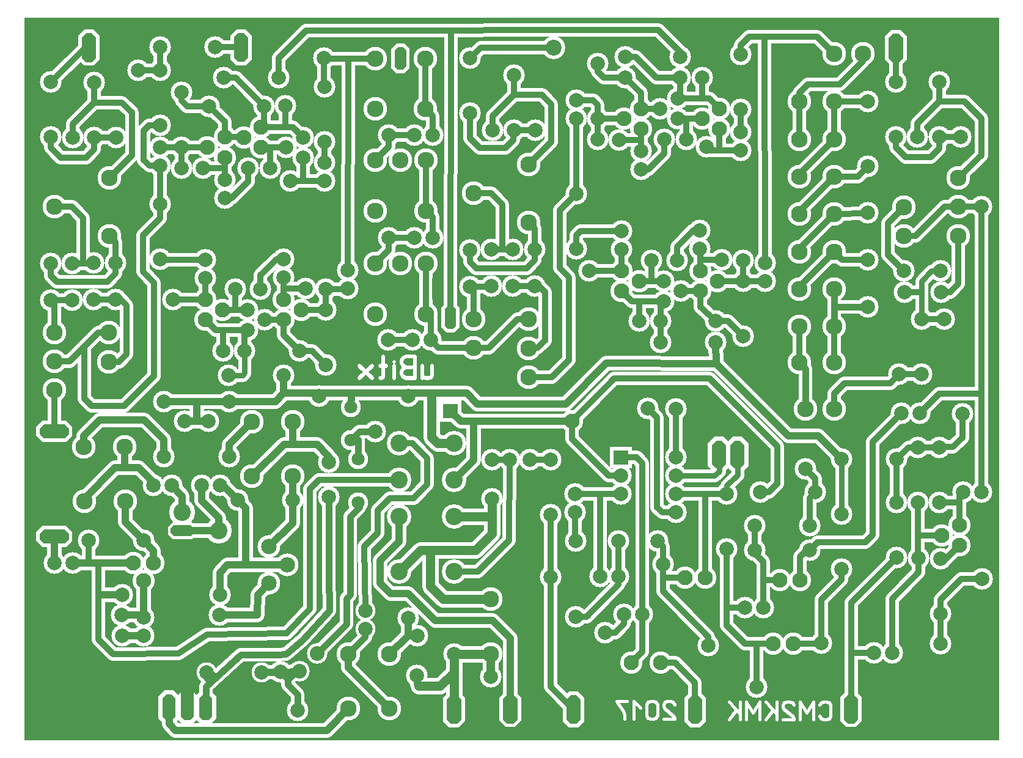
<source format=gbr>
%FSLAX34Y34*%
%MOMM*%
%LNSILK_TOP*%
G71*
G01*
%ADD10C, 0.00*%
%ADD11C, 2.30*%
%ADD12C, 3.30*%
%ADD13C, 3.00*%
%ADD14C, 2.00*%
%ADD15C, 1.85*%
%ADD16C, 1.85*%
%ADD17C, 3.20*%
%ADD18C, 3.10*%
%ADD19C, 3.30*%
%ADD20C, 3.30*%
%ADD21C, 3.20*%
%ADD22C, 1.00*%
%ADD23C, 2.00*%
%ADD24C, 3.40*%
%ADD25C, 2.10*%
%ADD26C, 3.60*%
%ADD27C, 2.40*%
%ADD28C, 2.25*%
%ADD29C, 1.80*%
%ADD30C, 3.15*%
%ADD31C, 2.20*%
%ADD32C, 0.54*%
%ADD33C, 0.44*%
%ADD34C, 1.90*%
%ADD35C, 2.80*%
%ADD36C, 2.84*%
%ADD37C, 3.00*%
%ADD38C, 3.20*%
%ADD39C, 2.80*%
%ADD40C, 1.26*%
%ADD41C, 1.24*%
%ADD42C, 0.85*%
%ADD43C, 2.20*%
%ADD44C, 2.30*%
%ADD45C, 2.30*%
%ADD46C, 1.25*%
%ADD47C, 0.80*%
%ADD48C, 2.15*%
%ADD49C, 1.20*%
%ADD50C, 0.90*%
%ADD51C, 1.80*%
%ADD52C, 2.04*%
%ADD53C, 2.00*%
%LPD*%
G54D10*
X0Y0D02*
X1350000Y0D01*
X1350000Y-1000000D01*
X0Y-1000000D01*
X0Y0D01*
G36*
X0Y0D02*
X1350000Y0D01*
X1350000Y-1000000D01*
X0Y-1000000D01*
X0Y0D01*
G37*
%LPC*%
X622797Y-202831D02*
G54D11*
D03*
X622797Y-242831D02*
G54D12*
D03*
X622797Y-282831D02*
G54D11*
D03*
X698600Y-203228D02*
G54D12*
D03*
X698600Y-243228D02*
G54D11*
D03*
X698600Y-283228D02*
G54D12*
D03*
X677920Y-79137D02*
G54D13*
D03*
X677920Y-155337D02*
G54D13*
D03*
X648270Y-155338D02*
G54D13*
D03*
X648270Y-79138D02*
G54D14*
D03*
X707680Y-155337D02*
G54D13*
D03*
X707680Y-79137D02*
G54D14*
D03*
G54D15*
X677920Y-79137D02*
X677920Y-106688D01*
X648270Y-136338D01*
X648270Y-155338D01*
G54D15*
X707680Y-155337D02*
X677920Y-155337D01*
X617420Y-55787D02*
G54D13*
D03*
X617420Y-131987D02*
G54D13*
D03*
G54D15*
X677920Y-106688D02*
X716860Y-106688D01*
X730213Y-120041D01*
X730213Y-171616D01*
X698600Y-203228D01*
G54D15*
X617412Y-372196D02*
X646712Y-372196D01*
X647112Y-371796D01*
G54D15*
X647112Y-320996D02*
X676812Y-320996D01*
X677012Y-320796D01*
G54D15*
X677012Y-371596D02*
X706813Y-371596D01*
X707012Y-371396D01*
X622397Y-417031D02*
G54D12*
D03*
X622397Y-457031D02*
G54D12*
D03*
X622397Y-497031D02*
G54D11*
D03*
X698200Y-417428D02*
G54D12*
D03*
X698200Y-457428D02*
G54D12*
D03*
X698200Y-497428D02*
G54D12*
D03*
G54D15*
X617412Y-321396D02*
X617412Y-337900D01*
X626013Y-346500D01*
X695813Y-346500D01*
X707113Y-335200D01*
X707113Y-320696D01*
X707012Y-320596D01*
G54D15*
X622397Y-457031D02*
X643582Y-457031D01*
X683213Y-417400D01*
X698172Y-417400D01*
X698200Y-417428D01*
G54D15*
X622797Y-242831D02*
X646744Y-242831D01*
X662513Y-258600D01*
X662513Y-319500D01*
G54D15*
X622397Y-417031D02*
X622397Y-377181D01*
X617413Y-372196D01*
G54D15*
X707012Y-320596D02*
X707012Y-291640D01*
X698600Y-283228D01*
X758456Y-40801D02*
G54D16*
D03*
X733054Y-40803D02*
G54D17*
D03*
X1122301Y-427106D02*
G54D12*
D03*
X1073901Y-427106D02*
G54D12*
D03*
X1122301Y-375806D02*
G54D12*
D03*
X1073901Y-375806D02*
G54D12*
D03*
X1122301Y-324106D02*
G54D12*
D03*
X1073901Y-324106D02*
G54D12*
D03*
X1122301Y-271606D02*
G54D12*
D03*
X1073901Y-271606D02*
G54D12*
D03*
X1122301Y-219706D02*
G54D12*
D03*
X1073901Y-219706D02*
G54D12*
D03*
X1122301Y-477106D02*
G54D12*
D03*
X1073901Y-477106D02*
G54D12*
D03*
X1122301Y-167906D02*
G54D12*
D03*
X1073901Y-167906D02*
G54D12*
D03*
X1122301Y-115406D02*
G54D12*
D03*
X1073901Y-115406D02*
G54D12*
D03*
X1162000Y-49603D02*
G54D12*
D03*
X1122000Y-49603D02*
G54D12*
D03*
X1082000Y-49603D02*
G54D11*
D03*
X1082169Y-541727D02*
G54D12*
D03*
X1122169Y-541727D02*
G54D12*
D03*
X1162169Y-541728D02*
G54D11*
D03*
G36*
X1242944Y-55622D02*
X1237094Y-61472D01*
X1228794Y-61472D01*
X1222944Y-55622D01*
X1222944Y-27322D01*
X1228794Y-21472D01*
X1237094Y-21472D01*
X1242944Y-27322D01*
X1242944Y-55622D01*
G37*
G36*
X1222544Y-57697D02*
X1213770Y-66472D01*
X1201320Y-66472D01*
X1192544Y-57697D01*
X1192544Y-25247D01*
X1201320Y-16472D01*
X1213770Y-16472D01*
X1222544Y-25247D01*
X1222544Y-57697D01*
G37*
X41822Y-221528D02*
G54D11*
D03*
X41822Y-261528D02*
G54D12*
D03*
X41822Y-301528D02*
G54D11*
D03*
X117625Y-221925D02*
G54D12*
D03*
X117625Y-261925D02*
G54D11*
D03*
X117625Y-301925D02*
G54D12*
D03*
X96945Y-89500D02*
G54D13*
D03*
X96945Y-165700D02*
G54D13*
D03*
X66898Y-165700D02*
G54D13*
D03*
X66898Y-89500D02*
G54D14*
D03*
X126705Y-165700D02*
G54D13*
D03*
X126705Y-89500D02*
G54D14*
D03*
G54D15*
X96945Y-89500D02*
X96945Y-117050D01*
X66898Y-147097D01*
X66898Y-165700D01*
G54D15*
X126705Y-165700D02*
X96945Y-165700D01*
X36445Y-89006D02*
G54D13*
D03*
X36445Y-165206D02*
G54D13*
D03*
G54D15*
X96945Y-117050D02*
X135091Y-117050D01*
X149238Y-131197D01*
X149238Y-190312D01*
X117625Y-221925D01*
X36437Y-340093D02*
G54D13*
D03*
X36438Y-390893D02*
G54D13*
D03*
G54D15*
X36437Y-390893D02*
X65737Y-390893D01*
X66137Y-390493D01*
G54D15*
X66137Y-339693D02*
X95837Y-339693D01*
X96037Y-339493D01*
G54D15*
X96037Y-390293D02*
X125838Y-390293D01*
X126038Y-390093D01*
X41422Y-435728D02*
G54D12*
D03*
X41422Y-475728D02*
G54D12*
D03*
X41422Y-515728D02*
G54D12*
D03*
X117225Y-436125D02*
G54D12*
D03*
X117225Y-476125D02*
G54D12*
D03*
X117225Y-516125D02*
G54D11*
D03*
G54D15*
X36437Y-340093D02*
X36437Y-356596D01*
X45038Y-365197D01*
X114838Y-365197D01*
X126138Y-353897D01*
X126138Y-339393D01*
X126037Y-339293D01*
G54D15*
X41422Y-475728D02*
X62606Y-475728D01*
X102238Y-436097D01*
X117197Y-436097D01*
X117225Y-436125D01*
G54D15*
X41822Y-261528D02*
X65769Y-261528D01*
X81538Y-277297D01*
X81538Y-338197D01*
G54D15*
X41422Y-435728D02*
X41422Y-395878D01*
X36438Y-390893D01*
G54D15*
X126037Y-339293D02*
X126037Y-310337D01*
X117625Y-301925D01*
G36*
X124828Y-55238D02*
X118978Y-61088D01*
X110678Y-61088D01*
X104828Y-55238D01*
X104828Y-26938D01*
X110678Y-21088D01*
X118978Y-21088D01*
X124828Y-26938D01*
X124828Y-55238D01*
G37*
G36*
X104428Y-57312D02*
X95654Y-66088D01*
X83204Y-66088D01*
X74428Y-57312D01*
X74428Y-24862D01*
X83204Y-16088D01*
X95654Y-16088D01*
X104428Y-24862D01*
X104428Y-57312D01*
G37*
X904933Y-111718D02*
G54D13*
D03*
X904933Y-139733D02*
G54D13*
D03*
X880964Y-125686D02*
G54D13*
D03*
X962877Y-125608D02*
G54D18*
D03*
X962877Y-153624D02*
G54D18*
D03*
X938908Y-139577D02*
G54D18*
D03*
X917197Y-168503D02*
G54D13*
D03*
X917197Y-244703D02*
G54D14*
D03*
X945188Y-178228D02*
G54D13*
D03*
X945188Y-254428D02*
G54D14*
D03*
X794678Y-63431D02*
G54D13*
D03*
X794678Y-139631D02*
G54D13*
D03*
G54D15*
X904933Y-139733D02*
X938752Y-139733D01*
X938908Y-139577D01*
G54D15*
X904933Y-111718D02*
X948986Y-111718D01*
X962877Y-125608D01*
X854430Y-125599D02*
G54D18*
D03*
X854430Y-153614D02*
G54D18*
D03*
X830461Y-139567D02*
G54D18*
D03*
X886463Y-168475D02*
G54D13*
D03*
X886463Y-244675D02*
G54D14*
D03*
G54D15*
X854430Y-153614D02*
X854430Y-184008D01*
X854494Y-184072D01*
X824288Y-168728D02*
G54D13*
D03*
X824288Y-244928D02*
G54D14*
D03*
G54D15*
X824288Y-168728D02*
X853782Y-168728D01*
X853856Y-168803D01*
G54D15*
X854430Y-125599D02*
X880877Y-125599D01*
X880964Y-125686D01*
G54D15*
X938795Y-82372D02*
X938795Y-110765D01*
X938756Y-110803D01*
X908878Y-82431D02*
G54D13*
D03*
X832678Y-82431D02*
G54D13*
D03*
X908778Y-53531D02*
G54D13*
D03*
X832578Y-53531D02*
G54D13*
D03*
G54D15*
X854430Y-125599D02*
X854430Y-104183D01*
X832678Y-82431D01*
X794588Y-168528D02*
G54D13*
D03*
X794588Y-244728D02*
G54D14*
D03*
G54D15*
X832578Y-53531D02*
X846384Y-53531D01*
X875356Y-82503D01*
X908806Y-82503D01*
X908878Y-82431D01*
G54D15*
X832678Y-82431D02*
X802578Y-82431D01*
X794678Y-74531D01*
X794678Y-63431D01*
G54D15*
X794678Y-139631D02*
X794678Y-168438D01*
X794588Y-168528D01*
G54D15*
X830461Y-139567D02*
X794742Y-139567D01*
X794678Y-139631D01*
G54D15*
X854494Y-209472D02*
X864266Y-209472D01*
X886463Y-187275D01*
X886463Y-168475D01*
G54D15*
X908878Y-82431D02*
X908878Y-107772D01*
X904933Y-111718D01*
G54D15*
X916897Y-168503D02*
X916897Y-142162D01*
X885656Y-392392D02*
G54D13*
D03*
X885656Y-364376D02*
G54D13*
D03*
X909624Y-378423D02*
G54D13*
D03*
X827712Y-378501D02*
G54D18*
D03*
X827712Y-350486D02*
G54D18*
D03*
X851681Y-364532D02*
G54D18*
D03*
X868892Y-335606D02*
G54D13*
D03*
X868892Y-259406D02*
G54D14*
D03*
X782795Y-350337D02*
G54D13*
D03*
X782795Y-426537D02*
G54D14*
D03*
X995911Y-440678D02*
G54D13*
D03*
X995911Y-364478D02*
G54D13*
D03*
G54D15*
X885656Y-364376D02*
X851837Y-364376D01*
X851681Y-364532D01*
G54D15*
X885656Y-392392D02*
X841603Y-392392D01*
X827712Y-378501D01*
X936159Y-378510D02*
G54D18*
D03*
X936159Y-350495D02*
G54D18*
D03*
X960128Y-364542D02*
G54D18*
D03*
X904126Y-335634D02*
G54D13*
D03*
X904126Y-259434D02*
G54D14*
D03*
G54D15*
X936159Y-350495D02*
X936159Y-320101D01*
X936095Y-320037D01*
X966301Y-335381D02*
G54D13*
D03*
X966301Y-259181D02*
G54D14*
D03*
G54D15*
X966301Y-335381D02*
X936808Y-335381D01*
X936732Y-335306D01*
G54D15*
X936159Y-378510D02*
X909712Y-378510D01*
X909624Y-378423D01*
G54D15*
X851794Y-419753D02*
X851794Y-393344D01*
X851832Y-393306D01*
X881711Y-419694D02*
G54D13*
D03*
X957911Y-419694D02*
G54D13*
D03*
X881811Y-449531D02*
G54D13*
D03*
X958011Y-449531D02*
G54D13*
D03*
G54D15*
X936159Y-378510D02*
X936159Y-399927D01*
X957911Y-419694D01*
X996001Y-335581D02*
G54D13*
D03*
X996001Y-259381D02*
G54D14*
D03*
G54D15*
X995911Y-364478D02*
X995911Y-335672D01*
X996001Y-335581D01*
G54D15*
X960128Y-364542D02*
X995847Y-364542D01*
X995911Y-364478D01*
G54D15*
X936095Y-294637D02*
X926323Y-294637D01*
X904126Y-316834D01*
X904126Y-335634D01*
G54D15*
X881711Y-419694D02*
X881711Y-396337D01*
X885656Y-392392D01*
G54D15*
X868892Y-335606D02*
X868892Y-361947D01*
G54D15*
X1025894Y-364538D02*
X996070Y-364637D01*
X995911Y-364478D01*
X992279Y-126531D02*
G54D13*
D03*
X992279Y-50331D02*
G54D13*
D03*
G54D15*
X992279Y-126531D02*
X992279Y-157656D01*
X992394Y-157772D01*
X764679Y-320131D02*
G54D13*
D03*
X764679Y-243931D02*
G54D13*
D03*
G54D15*
X764694Y-139472D02*
X764679Y-243931D01*
G54D15*
X764694Y-114072D02*
X788219Y-114072D01*
X794678Y-120531D01*
X794678Y-139631D01*
G54D15*
X782795Y-350337D02*
X827712Y-350486D01*
G54D15*
X827401Y-320381D02*
X827401Y-350175D01*
X827712Y-350486D01*
G54D15*
X992394Y-183172D02*
X950132Y-183172D01*
X945188Y-178228D01*
G54D15*
X962877Y-153624D02*
X962877Y-180924D01*
G54D15*
X827401Y-294981D02*
X770828Y-294981D01*
X764679Y-301131D01*
X764679Y-320131D01*
G54D15*
X881711Y-419694D02*
X881711Y-449431D01*
X881811Y-449531D01*
X328093Y-151327D02*
G54D18*
D03*
X328093Y-179342D02*
G54D18*
D03*
X304124Y-165296D02*
G54D18*
D03*
X386036Y-165218D02*
G54D13*
D03*
X386036Y-193233D02*
G54D13*
D03*
X362068Y-179186D02*
G54D13*
D03*
X340356Y-208112D02*
G54D13*
D03*
X340356Y-284312D02*
G54D14*
D03*
X368347Y-225838D02*
G54D13*
D03*
X368347Y-302038D02*
G54D14*
D03*
X217838Y-103041D02*
G54D13*
D03*
X217838Y-179241D02*
G54D13*
D03*
G54D15*
X328093Y-179342D02*
X361911Y-179342D01*
X362068Y-179186D01*
G54D15*
X328093Y-151327D02*
X372146Y-151327D01*
X386036Y-165218D01*
X277589Y-165208D02*
G54D18*
D03*
X277589Y-193224D02*
G54D18*
D03*
X253621Y-179177D02*
G54D18*
D03*
X309622Y-208084D02*
G54D13*
D03*
X309622Y-284284D02*
G54D14*
D03*
G54D15*
X277589Y-193224D02*
X277589Y-223617D01*
X277653Y-223681D01*
X247447Y-208338D02*
G54D13*
D03*
X247447Y-284538D02*
G54D14*
D03*
G54D15*
X247447Y-208338D02*
X276941Y-208338D01*
X277016Y-208412D01*
G54D15*
X277589Y-165208D02*
X304036Y-165208D01*
X304124Y-165296D01*
G54D15*
X361954Y-121981D02*
X361954Y-150374D01*
X361916Y-150412D01*
X332038Y-122040D02*
G54D13*
D03*
X255838Y-122040D02*
G54D13*
D03*
X352138Y-82822D02*
G54D13*
D03*
X275938Y-82822D02*
G54D13*
D03*
G54D15*
X277589Y-165208D02*
X277589Y-143792D01*
X255838Y-122040D01*
X217747Y-208138D02*
G54D13*
D03*
X217747Y-284338D02*
G54D14*
D03*
G54D15*
X255838Y-122040D02*
X225738Y-122040D01*
X217838Y-114141D01*
X217838Y-103041D01*
G54D15*
X217838Y-179241D02*
X217838Y-208047D01*
X217747Y-208138D01*
G54D15*
X253621Y-179177D02*
X217902Y-179177D01*
X217838Y-179241D01*
G54D15*
X277653Y-249081D02*
X287425Y-249081D01*
X309622Y-226884D01*
X309622Y-208084D01*
G54D15*
X332038Y-122040D02*
X332038Y-147382D01*
X328093Y-151327D01*
G54D15*
X340056Y-208112D02*
X340056Y-181772D01*
X340316Y-181512D01*
X308815Y-432001D02*
G54D13*
D03*
X308815Y-403986D02*
G54D13*
D03*
X332784Y-418032D02*
G54D13*
D03*
X250871Y-418110D02*
G54D18*
D03*
X250871Y-390095D02*
G54D18*
D03*
X274840Y-404142D02*
G54D18*
D03*
X292051Y-375216D02*
G54D13*
D03*
X292051Y-299016D02*
G54D14*
D03*
X205954Y-389847D02*
G54D13*
D03*
X205954Y-466047D02*
G54D14*
D03*
X417470Y-480387D02*
G54D13*
D03*
X417470Y-404187D02*
G54D13*
D03*
G54D15*
X308815Y-403986D02*
X274996Y-403986D01*
X274840Y-404142D01*
G54D15*
X308815Y-432001D02*
X264762Y-432001D01*
X250871Y-418110D01*
X359318Y-418120D02*
G54D18*
D03*
X359318Y-390104D02*
G54D18*
D03*
X383287Y-404151D02*
G54D18*
D03*
X327286Y-375244D02*
G54D13*
D03*
X327286Y-299044D02*
G54D14*
D03*
G54D15*
X359318Y-390104D02*
X359318Y-359711D01*
X359254Y-359647D01*
X389460Y-374990D02*
G54D13*
D03*
X389460Y-298790D02*
G54D14*
D03*
G54D15*
X389460Y-374990D02*
X359967Y-374990D01*
X359892Y-374916D01*
G54D15*
X359318Y-418120D02*
X332871Y-418120D01*
X332784Y-418032D01*
G54D15*
X274954Y-461347D02*
X274954Y-432954D01*
X274992Y-432916D01*
X304870Y-461288D02*
G54D13*
D03*
X381070Y-461288D02*
G54D13*
D03*
X283070Y-494606D02*
G54D13*
D03*
X359270Y-494606D02*
G54D13*
D03*
G54D15*
X359318Y-418120D02*
X359318Y-439536D01*
X381070Y-461288D01*
X417560Y-375190D02*
G54D13*
D03*
X417560Y-298990D02*
G54D14*
D03*
G54D15*
X383287Y-404151D02*
X417470Y-404187D01*
G54D15*
X359254Y-334247D02*
X349482Y-334247D01*
X327286Y-356444D01*
X327286Y-375244D01*
G54D15*
X304870Y-461288D02*
X304870Y-435946D01*
X308815Y-432001D01*
G54D15*
X292051Y-375216D02*
X292051Y-401556D01*
X291792Y-401816D01*
X415438Y-171722D02*
G54D13*
D03*
X415438Y-95522D02*
G54D13*
D03*
G54D15*
X415438Y-168547D02*
X415438Y-197266D01*
X415554Y-197381D01*
X187838Y-334340D02*
G54D13*
D03*
X187838Y-258140D02*
G54D13*
D03*
G54D15*
X187854Y-204381D02*
X187838Y-260125D01*
G54D15*
X205954Y-389847D02*
X250623Y-389847D01*
X250871Y-390095D01*
G54D15*
X250561Y-359990D02*
X250561Y-389784D01*
X250871Y-390095D01*
G54D15*
X386036Y-193233D02*
X386036Y-224899D01*
G54D15*
X250561Y-334590D02*
X193988Y-334590D01*
X187838Y-331612D01*
X187838Y-336325D01*
X485928Y-56072D02*
G54D19*
D03*
G36*
X507929Y-42682D02*
X515534Y-35077D01*
X526324Y-35077D01*
X533929Y-42682D01*
X533929Y-69472D01*
X526324Y-77077D01*
X515534Y-77077D01*
X507929Y-69472D01*
X507929Y-42682D01*
G37*
X555928Y-56072D02*
G54D19*
D03*
X485944Y-126199D02*
G54D19*
D03*
X555944Y-126199D02*
G54D19*
D03*
X1240090Y-547305D02*
G54D13*
D03*
X1214690Y-547305D02*
G54D13*
D03*
X1295144Y-702590D02*
G54D18*
D03*
X1295144Y-730605D02*
G54D18*
D03*
X1271175Y-716558D02*
G54D18*
D03*
X1269102Y-748619D02*
G54D13*
D03*
X1269102Y-824819D02*
G54D13*
D03*
X1326664Y-776900D02*
G54D13*
D03*
X1326664Y-853100D02*
G54D14*
D03*
G54D15*
X1269102Y-748619D02*
X1277130Y-748619D01*
X1295144Y-730605D01*
X1208102Y-670838D02*
G54D13*
D03*
X1208102Y-747037D02*
G54D13*
D03*
X1238101Y-594819D02*
G54D13*
D03*
X1238101Y-671018D02*
G54D13*
D03*
X1267801Y-594719D02*
G54D13*
D03*
X1267801Y-670918D02*
G54D13*
D03*
X1239102Y-748519D02*
G54D13*
D03*
X1239102Y-824719D02*
G54D14*
D03*
X1325845Y-656375D02*
G54D13*
D03*
X1300445Y-656375D02*
G54D13*
D03*
X1202170Y-879132D02*
G54D13*
D03*
X1176770Y-879132D02*
G54D13*
D03*
X1208661Y-611106D02*
G54D13*
D03*
X1132461Y-611106D02*
G54D13*
D03*
G54D15*
X1238101Y-671018D02*
X1238101Y-747518D01*
X1239102Y-748519D01*
G54D15*
X1271175Y-716558D02*
X1239768Y-716558D01*
X1239652Y-716675D01*
G54D15*
X1295144Y-702590D02*
X1295144Y-660883D01*
X1299652Y-656375D01*
G54D15*
X1267801Y-670918D02*
X1294695Y-670918D01*
X1295052Y-671275D01*
X1218425Y-301952D02*
G54D12*
D03*
X1218425Y-261952D02*
G54D12*
D03*
X1218425Y-221952D02*
G54D11*
D03*
X1294228Y-301555D02*
G54D12*
D03*
X1294228Y-261555D02*
G54D12*
D03*
X1294228Y-221555D02*
G54D12*
D03*
X1267731Y-88293D02*
G54D13*
D03*
X1267731Y-164493D02*
G54D13*
D03*
X1237287Y-164494D02*
G54D13*
D03*
X1237287Y-88294D02*
G54D14*
D03*
X1297490Y-164493D02*
G54D13*
D03*
X1297490Y-88293D02*
G54D14*
D03*
G54D15*
X1267731Y-88293D02*
X1267731Y-115844D01*
X1237287Y-146288D01*
X1237287Y-164494D01*
G54D15*
X1297490Y-164493D02*
X1267731Y-164493D01*
X1207231Y-88196D02*
G54D13*
D03*
X1207231Y-164396D02*
G54D13*
D03*
G54D15*
X1207231Y-88196D02*
X1207231Y-41556D01*
X1207148Y-41472D01*
G54D15*
X1218425Y-301952D02*
X1234376Y-301952D01*
X1275182Y-261147D01*
X1293820Y-261147D01*
X1294228Y-261555D01*
X1242980Y-417522D02*
G54D13*
D03*
X1242980Y-493722D02*
G54D13*
D03*
X1274230Y-417522D02*
G54D13*
D03*
X1274230Y-493722D02*
G54D14*
D03*
X1212020Y-493722D02*
G54D13*
D03*
X1212020Y-417522D02*
G54D14*
D03*
G54D15*
X1294228Y-261555D02*
X1325720Y-261555D01*
X1326047Y-261228D01*
G54D15*
X1267731Y-115844D02*
X1302122Y-115844D01*
X1325982Y-139703D01*
X1325982Y-189802D01*
X1294228Y-221555D01*
G54D15*
X1242980Y-417522D02*
X1274230Y-417522D01*
G54D15*
X1294228Y-301555D02*
X1294228Y-368416D01*
X1282791Y-379853D01*
X1270242Y-379853D01*
X1269873Y-380222D01*
G54D15*
X1218425Y-261952D02*
X1196482Y-283862D01*
X1196491Y-328594D01*
X1218278Y-350456D01*
G54D15*
X706219Y-371396D02*
X713065Y-371396D01*
X721222Y-379553D01*
X721222Y-446353D01*
X710322Y-457253D01*
X698200Y-457428D01*
G54D15*
X126037Y-390093D02*
X133678Y-390093D01*
X141835Y-398250D01*
X141835Y-465050D01*
X130935Y-475950D01*
X117400Y-475950D01*
X117225Y-476125D01*
G54D15*
X1207231Y-164396D02*
X1207231Y-178906D01*
X1221075Y-192750D01*
X1256000Y-192750D01*
X1267510Y-181241D01*
X1267731Y-164493D01*
G54D15*
X617420Y-131987D02*
X617420Y-166496D01*
X631264Y-180341D01*
X666189Y-180341D01*
X677699Y-168831D01*
X677920Y-155337D01*
G54D15*
X36445Y-165206D02*
X36445Y-179318D01*
X50289Y-193162D01*
X85214Y-193162D01*
X96724Y-181653D01*
X96724Y-168302D01*
X96945Y-168081D01*
G54D15*
X908778Y-53531D02*
X908778Y-47272D01*
X878453Y-16947D01*
X390041Y-17347D01*
X352094Y-55244D01*
X352138Y-82822D01*
G54D15*
X1025894Y-339138D02*
X1025413Y-27162D01*
G54D15*
X448354Y-349447D02*
X448751Y-58613D01*
G54D15*
X89428Y-41088D02*
X84364Y-41088D01*
X36445Y-89006D01*
G54D15*
X1122301Y-115406D02*
X1122301Y-167906D01*
G54D15*
X1073901Y-115406D02*
X1073901Y-167906D01*
G54D15*
X1122301Y-427106D02*
X1122301Y-477106D01*
G54D15*
X1073901Y-427106D02*
X1073901Y-477106D01*
G54D15*
X1073901Y-219706D02*
X1073901Y-216306D01*
X1122301Y-167906D01*
G54D15*
X1073901Y-271606D02*
X1073901Y-268106D01*
X1122301Y-219706D01*
G54D15*
X1073901Y-324106D02*
X1073901Y-320006D01*
X1122301Y-271606D01*
G54D15*
X1073901Y-375806D02*
X1073901Y-372506D01*
X1122301Y-324106D01*
G54D15*
X1122301Y-271606D02*
X1168138Y-270416D01*
X1168898Y-269656D01*
G54D15*
X1122301Y-115406D02*
X1168762Y-115406D01*
X1168897Y-115271D01*
G54D15*
X1073901Y-115406D02*
X1074001Y-103815D01*
X1085941Y-91875D01*
X1129862Y-91875D01*
X1161941Y-59797D01*
X1162000Y-49603D01*
G54D15*
X1168898Y-334744D02*
X1132939Y-334744D01*
X1122301Y-324106D01*
G54D15*
X1122301Y-219706D02*
X1154554Y-219706D01*
X1168898Y-205363D01*
G54D15*
X546185Y-162056D02*
X504988Y-162056D01*
X504885Y-162159D01*
G54D15*
X545985Y-304453D02*
X504788Y-304453D01*
X504685Y-304556D01*
G54D15*
X541713Y-446165D02*
X504088Y-446165D01*
X503985Y-446268D01*
X486228Y-196772D02*
G54D19*
D03*
X521228Y-196772D02*
G54D19*
D03*
X556228Y-196772D02*
G54D19*
D03*
X486244Y-266899D02*
G54D19*
D03*
X556244Y-266899D02*
G54D19*
D03*
X486028Y-339984D02*
G54D20*
D03*
X521028Y-339984D02*
G54D20*
D03*
X556028Y-339984D02*
G54D20*
D03*
X486044Y-410112D02*
G54D20*
D03*
X556044Y-410112D02*
G54D20*
D03*
G54D15*
X504885Y-162159D02*
X504885Y-178115D01*
X486228Y-196772D01*
G54D15*
X504685Y-304556D02*
X504685Y-321328D01*
X486028Y-339984D01*
X187845Y-72906D02*
G54D13*
D03*
X187845Y-149106D02*
G54D13*
D03*
X263946Y-40606D02*
G54D13*
D03*
X187746Y-40606D02*
G54D13*
D03*
X157494Y-72537D02*
G54D13*
D03*
X157494Y-47137D02*
G54D14*
D03*
G36*
X335547Y-54944D02*
X329697Y-60794D01*
X321397Y-60794D01*
X315547Y-54944D01*
X315547Y-26644D01*
X321397Y-20794D01*
X329697Y-20794D01*
X335547Y-26644D01*
X335547Y-54944D01*
G37*
G36*
X315147Y-57019D02*
X306372Y-65794D01*
X293922Y-65794D01*
X285147Y-57019D01*
X285147Y-24569D01*
X293922Y-15794D01*
X306372Y-15794D01*
X315147Y-24569D01*
X315147Y-57019D01*
G37*
G54D15*
X187854Y-178981D02*
X217578Y-178981D01*
X217838Y-179241D01*
G54D15*
X157494Y-72537D02*
X187477Y-72537D01*
X187845Y-72906D01*
X187845Y-40705D01*
X187746Y-40606D01*
G54D15*
X263946Y-40606D02*
X299958Y-40606D01*
X300147Y-40794D01*
G54D15*
X187845Y-149106D02*
X172557Y-149106D01*
X165610Y-156053D01*
X165610Y-196653D01*
X173310Y-204353D01*
X187826Y-204353D01*
X187854Y-204381D01*
G54D15*
X187838Y-258140D02*
X187838Y-277240D01*
X164000Y-301088D01*
X163956Y-351481D01*
X179631Y-367156D01*
X179578Y-495462D01*
X137788Y-537253D01*
X93488Y-537253D01*
X83088Y-526853D01*
X83088Y-458053D01*
X31610Y-34106D02*
G54D21*
D03*
X1316710Y-32206D02*
G54D21*
D03*
X32347Y-962812D02*
G54D21*
D03*
X881240Y-893301D02*
G54D18*
D03*
X841240Y-893301D02*
G54D18*
D03*
X187854Y-204381D02*
G54D13*
D03*
X187854Y-178981D02*
G54D13*
D03*
X250561Y-359991D02*
G54D13*
D03*
X250561Y-334590D02*
G54D13*
D03*
X66138Y-390492D02*
G54D13*
D03*
X66138Y-339692D02*
G54D13*
D03*
X96038Y-339492D02*
G54D13*
D03*
X96038Y-390292D02*
G54D13*
D03*
X126038Y-390093D02*
G54D13*
D03*
X126037Y-339293D02*
G54D13*
D03*
X617412Y-321396D02*
G54D13*
D03*
X617413Y-372196D02*
G54D13*
D03*
X647113Y-371796D02*
G54D13*
D03*
X647113Y-320996D02*
G54D13*
D03*
X677013Y-320796D02*
G54D13*
D03*
X677013Y-371596D02*
G54D13*
D03*
X707013Y-371396D02*
G54D13*
D03*
X707012Y-320596D02*
G54D13*
D03*
X1269078Y-350456D02*
G54D13*
D03*
X1218278Y-350456D02*
G54D13*
D03*
X1269873Y-380222D02*
G54D13*
D03*
X1219073Y-380222D02*
G54D13*
D03*
X415553Y-225756D02*
G54D13*
D03*
X415554Y-200356D02*
G54D13*
D03*
X277653Y-249081D02*
G54D13*
D03*
X277653Y-223681D02*
G54D13*
D03*
X361954Y-121981D02*
G54D13*
D03*
X387354Y-121981D02*
G54D14*
D03*
X274954Y-461347D02*
G54D13*
D03*
X249554Y-461347D02*
G54D14*
D03*
X359254Y-359647D02*
G54D13*
D03*
X359254Y-334247D02*
G54D13*
D03*
X448354Y-374947D02*
G54D13*
D03*
X448354Y-349547D02*
G54D13*
D03*
X537347Y-446165D02*
G54D13*
D03*
X562747Y-446165D02*
G54D13*
D03*
X540032Y-304453D02*
G54D13*
D03*
X565432Y-304453D02*
G54D13*
D03*
X540232Y-162056D02*
G54D13*
D03*
X565632Y-162056D02*
G54D13*
D03*
X504885Y-162059D02*
G54D13*
D03*
X479485Y-162059D02*
G54D14*
D03*
X504685Y-304456D02*
G54D13*
D03*
X479285Y-304456D02*
G54D14*
D03*
X503985Y-446168D02*
G54D13*
D03*
X478585Y-446168D02*
G54D14*
D03*
X938795Y-82372D02*
G54D13*
D03*
X964195Y-82372D02*
G54D14*
D03*
X764694Y-139472D02*
G54D13*
D03*
X764694Y-114072D02*
G54D13*
D03*
X854494Y-209472D02*
G54D13*
D03*
X854494Y-184072D02*
G54D13*
D03*
X992394Y-183172D02*
G54D13*
D03*
X992394Y-157772D02*
G54D13*
D03*
X827401Y-320381D02*
G54D13*
D03*
X827401Y-294981D02*
G54D13*
D03*
X1025894Y-364538D02*
G54D13*
D03*
X1025894Y-339138D02*
G54D13*
D03*
X851794Y-419753D02*
G54D13*
D03*
X826394Y-419753D02*
G54D14*
D03*
X936095Y-320038D02*
G54D13*
D03*
X936095Y-294637D02*
G54D13*
D03*
X1168898Y-400228D02*
G54D13*
D03*
X1168898Y-374828D02*
G54D14*
D03*
X1168898Y-334744D02*
G54D13*
D03*
X1168898Y-309344D02*
G54D14*
D03*
X1168898Y-269657D02*
G54D13*
D03*
X1168898Y-244256D02*
G54D14*
D03*
X1168898Y-205363D02*
G54D13*
D03*
X1168898Y-179963D02*
G54D14*
D03*
X1168897Y-115668D02*
G54D13*
D03*
X1168897Y-141068D02*
G54D14*
D03*
X1326047Y-261228D02*
G54D13*
D03*
X1326047Y-235828D02*
G54D14*
D03*
G54D22*
X572628Y-82844D02*
X572628Y-100816D01*
X572582Y-100862D01*
G54D22*
X471028Y-82844D02*
X471028Y-100816D01*
X470982Y-100862D01*
G54D15*
X1325845Y-656375D02*
X1325845Y-261430D01*
X1326047Y-261228D01*
G54D15*
X1219073Y-380222D02*
X1242132Y-380222D01*
G36*
X1180650Y-971396D02*
X1174800Y-977246D01*
X1166500Y-977246D01*
X1160650Y-971396D01*
X1160650Y-943096D01*
X1166500Y-937246D01*
X1174800Y-937246D01*
X1180650Y-943096D01*
X1180650Y-971396D01*
G37*
G36*
X1160250Y-973471D02*
X1151476Y-982246D01*
X1139026Y-982246D01*
X1130250Y-973471D01*
X1130250Y-941021D01*
X1139026Y-932246D01*
X1151476Y-932246D01*
X1160250Y-941021D01*
X1160250Y-973471D01*
G37*
G54D23*
X958117Y-478514D02*
X806541Y-478416D01*
X750488Y-534469D01*
X627584Y-534538D01*
X612953Y-519906D01*
X359256Y-519862D01*
X595352Y-766917D02*
G54D24*
D03*
X519152Y-766916D02*
G54D24*
D03*
X595352Y-690717D02*
G54D24*
D03*
X595352Y-639917D02*
G54D24*
D03*
X595352Y-589117D02*
G54D24*
D03*
X519152Y-690717D02*
G54D24*
D03*
X519152Y-639917D02*
G54D24*
D03*
X519152Y-589117D02*
G54D24*
D03*
X1046384Y-778997D02*
G54D18*
D03*
X1074400Y-778997D02*
G54D18*
D03*
X1060353Y-802966D02*
G54D25*
D03*
X1087719Y-737334D02*
G54D13*
D03*
X1011519Y-737334D02*
G54D13*
D03*
X1087719Y-703468D02*
G54D13*
D03*
X1011519Y-703468D02*
G54D13*
D03*
X1095619Y-657078D02*
G54D13*
D03*
X1019419Y-657078D02*
G54D13*
D03*
X1023722Y-816764D02*
G54D13*
D03*
X998322Y-816764D02*
G54D13*
D03*
G36*
X841459Y-593852D02*
X841459Y-623852D01*
X811459Y-623852D01*
X811459Y-593852D01*
X841459Y-593852D01*
G37*
X826459Y-634252D02*
G54D13*
D03*
X826459Y-659652D02*
G54D13*
D03*
X826459Y-685052D02*
G54D14*
D03*
X902659Y-685052D02*
G54D13*
D03*
X902659Y-659652D02*
G54D13*
D03*
X902658Y-634252D02*
G54D13*
D03*
X902659Y-608852D02*
G54D13*
D03*
X928062Y-541529D02*
G54D14*
D03*
X902662Y-541529D02*
G54D13*
D03*
X973278Y-735659D02*
G54D13*
D03*
X973278Y-659459D02*
G54D13*
D03*
X915167Y-775414D02*
G54D18*
D03*
X943182Y-775413D02*
G54D18*
D03*
X929136Y-799382D02*
G54D25*
D03*
X838073Y-540687D02*
G54D14*
D03*
X863473Y-540687D02*
G54D13*
D03*
X877510Y-724659D02*
G54D13*
D03*
X822741Y-724659D02*
G54D13*
D03*
X947420Y-894906D02*
G54D14*
D03*
X947420Y-869506D02*
G54D13*
D03*
X884869Y-756397D02*
G54D13*
D03*
X884869Y-832597D02*
G54D14*
D03*
X763388Y-829025D02*
G54D13*
D03*
X763388Y-905225D02*
G54D14*
D03*
X823291Y-773729D02*
G54D13*
D03*
X797891Y-773729D02*
G54D13*
D03*
X763366Y-684744D02*
G54D13*
D03*
X763366Y-659344D02*
G54D13*
D03*
X763388Y-724250D02*
G54D13*
D03*
X763388Y-800450D02*
G54D14*
D03*
G54D15*
X826459Y-659652D02*
X763674Y-659652D01*
X763366Y-659344D01*
G54D15*
X763366Y-684744D02*
X763366Y-724228D01*
X763388Y-724250D01*
G54D15*
X797891Y-773729D02*
X797891Y-660603D01*
X798025Y-660469D01*
G54D15*
X823291Y-773729D02*
X823291Y-725209D01*
X822741Y-724659D01*
X831071Y-825833D02*
G54D13*
D03*
X856471Y-825833D02*
G54D13*
D03*
X804854Y-851291D02*
G54D13*
D03*
X804854Y-927491D02*
G54D14*
D03*
G54D15*
X763388Y-829025D02*
X779091Y-829025D01*
X823425Y-784691D01*
X823425Y-773863D01*
X823291Y-773729D01*
G54D15*
X856272Y-783962D02*
X856366Y-616930D01*
X848287Y-608852D01*
X826459Y-608852D01*
G36*
X964663Y-971725D02*
X958813Y-977575D01*
X950513Y-977575D01*
X944663Y-971725D01*
X944663Y-943425D01*
X950513Y-937575D01*
X958813Y-937575D01*
X964663Y-943425D01*
X964663Y-971725D01*
G37*
G36*
X944263Y-973800D02*
X935488Y-982575D01*
X923038Y-982575D01*
X914263Y-973800D01*
X914263Y-941350D01*
X923038Y-932575D01*
X935488Y-932575D01*
X944263Y-941350D01*
X944263Y-973800D01*
G37*
X798319Y-558095D02*
G54D25*
D03*
X758319Y-558095D02*
G54D18*
D03*
G36*
X927479Y-591273D02*
X933037Y-585715D01*
X940921Y-585715D01*
X946479Y-591273D01*
X946479Y-618157D01*
X940921Y-623715D01*
X933037Y-623715D01*
X927479Y-618157D01*
X927479Y-591273D01*
G37*
G36*
X946879Y-588783D02*
X955947Y-579715D01*
X968811Y-579715D01*
X977879Y-588783D01*
X977879Y-620647D01*
X968811Y-629715D01*
X955947Y-629715D01*
X946879Y-620647D01*
X946879Y-588783D01*
G37*
G36*
X972279Y-588783D02*
X981347Y-579715D01*
X994211Y-579715D01*
X1003279Y-588783D01*
X1003279Y-620647D01*
X994211Y-629715D01*
X981347Y-629715D01*
X972279Y-620647D01*
X972279Y-588783D01*
G37*
G54D15*
X1267801Y-594719D02*
X1238201Y-594719D01*
X1238101Y-594819D01*
X1224949Y-594819D01*
X1208661Y-611106D01*
X1208661Y-672659D01*
X1208102Y-673219D01*
G36*
X577274Y-401297D02*
X584879Y-393692D01*
X595669Y-393692D01*
X603274Y-401297D01*
X603274Y-428087D01*
X595669Y-435692D01*
X584879Y-435692D01*
X577274Y-428087D01*
X577274Y-401297D01*
G37*
G36*
X575268Y-529628D02*
X605268Y-529628D01*
X605268Y-559628D01*
X575268Y-559628D01*
X575268Y-529628D01*
G37*
G54D15*
X590672Y-20741D02*
X590270Y-414691D01*
G54D15*
X902659Y-685052D02*
X883727Y-685052D01*
X876210Y-677534D01*
X876210Y-553410D01*
X863473Y-540687D01*
G54D15*
X902659Y-608852D02*
X902662Y-541529D01*
G36*
X630575Y-971731D02*
X624725Y-977581D01*
X616425Y-977581D01*
X610575Y-971731D01*
X610575Y-943431D01*
X616425Y-937581D01*
X624725Y-937581D01*
X630575Y-943431D01*
X630575Y-971731D01*
G37*
G36*
X610175Y-973806D02*
X601400Y-982581D01*
X588950Y-982581D01*
X580175Y-973806D01*
X580175Y-941356D01*
X588950Y-932581D01*
X601400Y-932581D01*
X610175Y-941356D01*
X610175Y-973806D01*
G37*
X1316635Y-961506D02*
G54D21*
D03*
G54D15*
X957911Y-419694D02*
X974926Y-419694D01*
X995911Y-440678D01*
G54D15*
X41422Y-515728D02*
X41422Y-573962D01*
X1132373Y-687528D02*
G54D13*
D03*
X1132373Y-763728D02*
G54D13*
D03*
X1036894Y-866404D02*
G54D18*
D03*
X1064909Y-866404D02*
G54D18*
D03*
X1050863Y-890373D02*
G54D25*
D03*
X1103946Y-866018D02*
G54D13*
D03*
X1103946Y-891418D02*
G54D14*
D03*
G54D15*
X1214690Y-547305D02*
X1175003Y-587031D01*
X1175003Y-716372D01*
X1165203Y-726172D01*
X1098972Y-726112D01*
X1087719Y-737334D01*
X1014439Y-927125D02*
G54D13*
D03*
X1090639Y-927125D02*
G54D14*
D03*
G54D15*
X758319Y-558095D02*
X817322Y-499253D01*
X949263Y-499450D01*
X1043510Y-593603D01*
X1043547Y-645172D01*
X1031519Y-656950D01*
X1019419Y-657078D01*
G54D23*
X958011Y-449531D02*
X958117Y-478514D01*
X1058181Y-578484D01*
X1099872Y-578534D01*
X1132461Y-611106D01*
G54D15*
X902659Y-659652D02*
X959592Y-659652D01*
X973278Y-659459D01*
X973278Y-659422D01*
X1269230Y-891773D02*
G54D14*
D03*
X1269230Y-866373D02*
G54D13*
D03*
X1274011Y-548027D02*
G54D14*
D03*
X1299411Y-548027D02*
G54D13*
D03*
G54D15*
X1323994Y-520241D02*
X1267154Y-520241D01*
X1240090Y-547305D01*
G54D15*
X1299411Y-548027D02*
X1299411Y-581336D01*
X1286291Y-594456D01*
X1268064Y-594456D01*
X1267801Y-594719D01*
X415275Y-55928D02*
G54D13*
D03*
X389875Y-55928D02*
G54D14*
D03*
G54D15*
X415553Y-225756D02*
X368347Y-225838D01*
G54D15*
X565632Y-162056D02*
X565632Y-135887D01*
X555944Y-126199D01*
G54D15*
X565432Y-304453D02*
X565432Y-276087D01*
X556244Y-266899D01*
G54D15*
X562747Y-446165D02*
X562747Y-416815D01*
X556044Y-410112D01*
G54D15*
X764679Y-243931D02*
X741878Y-266706D01*
X741778Y-346169D01*
X754875Y-359266D01*
X754875Y-473409D01*
X731010Y-497475D01*
X698200Y-497428D01*
G54D15*
X947420Y-869506D02*
X947420Y-856951D01*
X884653Y-794084D01*
X884653Y-756613D01*
X884869Y-756397D01*
G54D15*
X884869Y-756397D02*
X884869Y-732018D01*
X877510Y-724659D01*
G54D15*
X915167Y-775414D02*
X884886Y-775414D01*
X884869Y-775397D01*
G54D15*
X943182Y-775413D02*
X943082Y-660963D01*
G36*
X27422Y-608006D02*
X21572Y-602156D01*
X21572Y-593856D01*
X27422Y-588006D01*
X55722Y-588006D01*
X61572Y-593856D01*
X61572Y-602156D01*
X55722Y-608006D01*
X27422Y-608006D01*
G37*
G36*
X25346Y-587606D02*
X16572Y-578831D01*
X16572Y-566381D01*
X25346Y-557606D01*
X57796Y-557606D01*
X66572Y-566381D01*
X66572Y-578831D01*
X57796Y-587606D01*
X25346Y-587606D01*
G37*
X151112Y-755156D02*
G54D18*
D03*
X179127Y-755156D02*
G54D18*
D03*
X165080Y-779125D02*
G54D18*
D03*
X88827Y-723912D02*
G54D13*
D03*
X165027Y-723912D02*
G54D13*
D03*
X66662Y-755014D02*
G54D13*
D03*
X41262Y-755014D02*
G54D13*
D03*
X192890Y-607434D02*
G54D13*
D03*
X192890Y-531234D02*
G54D13*
D03*
X204149Y-647593D02*
G54D13*
D03*
X178749Y-647592D02*
G54D13*
D03*
X218852Y-684619D02*
G54D26*
D03*
X218852Y-735419D02*
G54D27*
D03*
X269652Y-710019D02*
G54D26*
D03*
G54D23*
X66662Y-755014D02*
X151112Y-755156D01*
X270699Y-647590D02*
G54D13*
D03*
X245299Y-647590D02*
G54D13*
D03*
X270542Y-827025D02*
G54D13*
D03*
X194342Y-827025D02*
G54D14*
D03*
X295611Y-667952D02*
G54D13*
D03*
X371811Y-667952D02*
G54D13*
D03*
X283671Y-607628D02*
G54D13*
D03*
X283671Y-531428D02*
G54D13*
D03*
X222277Y-558098D02*
G54D13*
D03*
X222277Y-583498D02*
G54D14*
D03*
X254821Y-558098D02*
G54D13*
D03*
X254821Y-583498D02*
G54D14*
D03*
G54D23*
X192890Y-531234D02*
X283671Y-531428D01*
G54D23*
X222277Y-558098D02*
X254821Y-558098D01*
G54D23*
X238666Y-555759D02*
X238666Y-533338D01*
G36*
X55722Y-682660D02*
X61572Y-688510D01*
X61572Y-696810D01*
X55722Y-702660D01*
X27422Y-702660D01*
X21572Y-696810D01*
X21572Y-688510D01*
X27422Y-682660D01*
X55722Y-682660D01*
G37*
G36*
X57798Y-703060D02*
X66572Y-711834D01*
X66572Y-724284D01*
X57798Y-733060D01*
X25348Y-733060D01*
X16572Y-724284D01*
X16572Y-711834D01*
X25348Y-703060D01*
X57798Y-703060D01*
G37*
G54D23*
X41572Y-718060D02*
X41262Y-754714D01*
G54D23*
X283671Y-531428D02*
X347691Y-531428D01*
X359256Y-519862D01*
X359270Y-494606D01*
G36*
X796206Y-972025D02*
X790356Y-977875D01*
X782056Y-977875D01*
X776206Y-972025D01*
X776206Y-943725D01*
X782056Y-937875D01*
X790356Y-937875D01*
X796206Y-943725D01*
X796206Y-972025D01*
G37*
G36*
X775806Y-974100D02*
X767031Y-982875D01*
X754581Y-982875D01*
X745806Y-974100D01*
X745806Y-941650D01*
X754581Y-932875D01*
X767031Y-932875D01*
X775806Y-941650D01*
X775806Y-974100D01*
G37*
X645996Y-804903D02*
G54D19*
D03*
X645996Y-881103D02*
G54D19*
D03*
X672282Y-611673D02*
G54D13*
D03*
X700297Y-611673D02*
G54D13*
D03*
X686251Y-587704D02*
G54D14*
D03*
X648031Y-666280D02*
G54D13*
D03*
X648031Y-611511D02*
G54D13*
D03*
X729169Y-611497D02*
G54D13*
D03*
X729169Y-687697D02*
G54D13*
D03*
X728978Y-774362D02*
G54D13*
D03*
X703578Y-774362D02*
G54D14*
D03*
G54D15*
X760806Y-957875D02*
X729250Y-926228D01*
X729169Y-687697D01*
G54D15*
X672282Y-611673D02*
X648031Y-611511D01*
G54D15*
X595352Y-690717D02*
X595356Y-695462D01*
G54D28*
X595196Y-882103D02*
X595175Y-957581D01*
X82840Y-669442D02*
G54D12*
D03*
X139640Y-669442D02*
G54D12*
D03*
X82443Y-594035D02*
G54D12*
D03*
X139243Y-594035D02*
G54D12*
D03*
G54D15*
X102956Y-754969D02*
X102956Y-861106D01*
X122910Y-881059D01*
X213519Y-880269D01*
X253603Y-853678D01*
X363722Y-851888D01*
X395384Y-818672D01*
X395350Y-652728D01*
X408334Y-639766D01*
X519152Y-639917D01*
G54D23*
X82443Y-594035D02*
X82443Y-578782D01*
X104356Y-556869D01*
X165956Y-556769D01*
X192856Y-583969D01*
X192890Y-607434D01*
G36*
X708509Y-971353D02*
X702659Y-977203D01*
X694359Y-977203D01*
X688509Y-971353D01*
X688509Y-943053D01*
X694359Y-937203D01*
X702659Y-937203D01*
X708509Y-943053D01*
X708509Y-971353D01*
G37*
G36*
X688109Y-973428D02*
X679334Y-982203D01*
X666884Y-982203D01*
X658109Y-973428D01*
X658109Y-940978D01*
X666884Y-932203D01*
X679334Y-932203D01*
X688109Y-940978D01*
X688109Y-973428D01*
G37*
X270742Y-798625D02*
G54D13*
D03*
X194542Y-798625D02*
G54D14*
D03*
X135194Y-855387D02*
G54D13*
D03*
X58994Y-855387D02*
G54D14*
D03*
X135123Y-827219D02*
G54D13*
D03*
X58923Y-827219D02*
G54D14*
D03*
X164826Y-855422D02*
G54D13*
D03*
X164826Y-830022D02*
G54D13*
D03*
G54D23*
X164918Y-777725D02*
X164826Y-830022D01*
X135323Y-798819D02*
G54D13*
D03*
X59123Y-798819D02*
G54D14*
D03*
G54D23*
X164826Y-855422D02*
X135194Y-855387D01*
G54D15*
X275938Y-82822D02*
X292819Y-82822D01*
X332038Y-122040D01*
G54D15*
X485928Y-56072D02*
X415419Y-56072D01*
X415275Y-55928D01*
X415275Y-95359D01*
X415438Y-95522D01*
G54D15*
X419160Y-375190D02*
X448810Y-375190D01*
X449054Y-374947D01*
G54D15*
X622397Y-457031D02*
X573614Y-457031D01*
X562747Y-446165D01*
G54D23*
X135323Y-798819D02*
X103950Y-798819D01*
G54D15*
X88727Y-723912D02*
X88727Y-752317D01*
X88644Y-752400D01*
G54D15*
X1242980Y-493722D02*
X1212020Y-493722D01*
G54D15*
X1122169Y-541727D02*
X1122169Y-520281D01*
X1136703Y-505747D01*
X1199994Y-505747D01*
X1212020Y-493722D01*
G36*
X266353Y-969961D02*
X257578Y-978736D01*
X245128Y-978736D01*
X236353Y-969961D01*
X236353Y-939511D01*
X245128Y-930736D01*
X257578Y-930736D01*
X266353Y-939511D01*
X266353Y-969961D01*
G37*
G36*
X240952Y-969961D02*
X232178Y-978736D01*
X219728Y-978736D01*
X210952Y-969961D01*
X210952Y-939511D01*
X219728Y-930736D01*
X232178Y-930736D01*
X240952Y-939511D01*
X240952Y-969961D01*
G37*
G36*
X215552Y-969961D02*
X206778Y-978736D01*
X194328Y-978736D01*
X185552Y-969961D01*
X185552Y-939511D01*
X194328Y-930736D01*
X206778Y-930736D01*
X215552Y-939511D01*
X215552Y-969961D01*
G37*
X422141Y-615629D02*
G54D13*
D03*
X422140Y-663651D02*
G54D13*
D03*
G54D23*
X595352Y-639917D02*
X622766Y-613045D01*
X622768Y-560228D01*
G54D23*
X758319Y-558095D02*
X604435Y-558295D01*
X590268Y-544628D01*
G54D28*
X595352Y-589117D02*
X572739Y-589117D01*
X563850Y-580228D01*
X563850Y-522128D01*
G54D28*
X648031Y-666280D02*
X648031Y-714447D01*
X625350Y-737128D01*
X548940Y-737128D01*
X519152Y-766916D01*
G54D28*
X611468Y-804903D02*
X580225Y-804903D01*
X562450Y-787128D01*
X562450Y-737828D01*
G54D28*
X595352Y-690717D02*
X647450Y-690628D01*
G54D23*
X452380Y-539318D02*
X453139Y-522039D01*
X531510Y-548986D02*
G54D14*
D03*
X531509Y-523586D02*
G54D13*
D03*
X407858Y-523667D02*
G54D13*
D03*
X407858Y-549067D02*
G54D14*
D03*
G54D15*
X519152Y-589117D02*
X537639Y-589117D01*
X558450Y-609928D01*
X558450Y-646028D01*
X539350Y-665128D01*
X506450Y-665128D01*
X489350Y-682228D01*
X489350Y-713228D01*
X470781Y-731797D01*
X472281Y-820738D01*
G54D23*
X519152Y-690717D02*
X519152Y-725226D01*
X493050Y-751328D01*
X493050Y-783128D01*
X507250Y-797328D01*
X531753Y-797328D01*
X569153Y-834728D01*
X648450Y-834728D01*
X673050Y-859328D01*
X673109Y-957203D01*
G54D15*
X671982Y-612873D02*
X671882Y-723696D01*
X628750Y-766728D01*
X595540Y-766728D01*
X595352Y-766917D01*
G54D23*
X200552Y-954736D02*
X200552Y-977930D01*
X209550Y-986928D01*
X418975Y-986928D01*
X449180Y-956646D01*
G54D28*
X595196Y-881003D02*
X645996Y-881103D01*
X595196Y-855603D02*
G54D14*
D03*
X595196Y-881003D02*
G54D13*
D03*
X645864Y-912650D02*
G54D13*
D03*
X620463Y-912650D02*
G54D14*
D03*
G54D23*
X178749Y-647592D02*
X178749Y-643227D01*
X158750Y-623228D01*
X125354Y-623228D01*
X82840Y-665742D01*
G54D23*
X139243Y-594035D02*
X139250Y-622328D01*
X315180Y-635016D02*
G54D12*
D03*
X371980Y-635015D02*
G54D12*
D03*
X314783Y-559609D02*
G54D12*
D03*
X371583Y-559609D02*
G54D12*
D03*
X449180Y-956646D02*
G54D12*
D03*
X505980Y-956646D02*
G54D12*
D03*
X448783Y-881240D02*
G54D12*
D03*
X505583Y-881240D02*
G54D12*
D03*
G54D15*
X831071Y-825833D02*
X831071Y-839108D01*
X819050Y-851128D01*
X805016Y-851128D01*
X804854Y-851291D01*
G54D15*
X555944Y-126199D02*
X555928Y-56072D01*
G54D15*
X556228Y-196772D02*
X556244Y-266899D01*
G54D15*
X556028Y-339984D02*
X556044Y-410112D01*
G54D29*
X304870Y-461288D02*
X304870Y-491806D01*
X302070Y-494606D01*
X283070Y-494606D01*
G54D29*
X1269078Y-350456D02*
X1256488Y-350456D01*
X1242609Y-364334D01*
X1242609Y-411151D01*
X1242980Y-417522D01*
X1082236Y-599410D02*
G54D14*
D03*
X1082236Y-624810D02*
G54D13*
D03*
G54D29*
X1132461Y-611106D02*
X1132461Y-685940D01*
X1132373Y-686028D01*
G54D29*
X902658Y-634252D02*
X956048Y-634252D01*
X962553Y-627747D01*
X962553Y-604889D01*
X962379Y-604715D01*
G54D29*
X973278Y-659459D02*
X973278Y-647581D01*
X987953Y-632906D01*
X987953Y-604889D01*
X987779Y-604715D01*
G54D15*
X992279Y-50331D02*
X992279Y-37634D01*
X1004225Y-25688D01*
X1098085Y-25688D01*
X1122000Y-49603D01*
G54D15*
X1095619Y-657078D02*
X1095619Y-638193D01*
X1082236Y-624810D01*
G54D15*
X700297Y-611673D02*
X724193Y-611673D01*
X729169Y-611497D01*
G54D15*
X758319Y-558095D02*
X758319Y-583060D01*
X809272Y-634012D01*
X826220Y-634012D01*
X826459Y-634252D01*
G54D15*
X1064909Y-866404D02*
X1103560Y-866404D01*
X1103946Y-866018D01*
G54D15*
X1087719Y-703468D02*
X1087719Y-664978D01*
X1095619Y-657078D01*
G54D15*
X1176770Y-879132D02*
X1146491Y-879132D01*
G54D15*
X1269102Y-824819D02*
X1269102Y-866244D01*
X1269230Y-866373D01*
G54D15*
X1326664Y-776900D02*
X1297920Y-776900D01*
X1269102Y-805719D01*
X1269102Y-824819D01*
G54D15*
X1202170Y-879132D02*
X1202170Y-804450D01*
X1239102Y-767519D01*
X1239102Y-748519D01*
G54D15*
X1145250Y-957246D02*
X1145250Y-809888D01*
X1208102Y-747037D01*
G54D15*
X1074400Y-778997D02*
X1074400Y-746553D01*
X1083619Y-737334D01*
G54D15*
X1132373Y-763728D02*
X1132373Y-777511D01*
X1104072Y-805812D01*
X1104072Y-865892D01*
X1103946Y-866018D01*
G54D15*
X1011519Y-703468D02*
X1011519Y-737334D01*
G54D15*
X1023722Y-816764D02*
X1023722Y-753638D01*
X1007419Y-737334D01*
G54D15*
X1046384Y-778997D02*
X1025056Y-778997D01*
X1024972Y-778912D01*
G54D15*
X998322Y-816764D02*
X974923Y-816764D01*
X974872Y-816712D01*
G54D15*
X1014439Y-927125D02*
X1014439Y-868246D01*
X1014472Y-868212D01*
G54D15*
X856272Y-783962D02*
X856272Y-825634D01*
X856471Y-825833D01*
X856471Y-878070D01*
X841240Y-893301D01*
G54D15*
X929263Y-957575D02*
X929263Y-921085D01*
X901434Y-893256D01*
X881285Y-893256D01*
X881240Y-893301D01*
G54D15*
X973278Y-735659D02*
X973278Y-840878D01*
X998669Y-866269D01*
X1036758Y-866269D01*
X339092Y-783248D02*
G54D30*
D03*
X364492Y-757848D02*
G54D30*
D03*
X339092Y-732448D02*
G54D30*
D03*
G36*
X205866Y-722018D02*
X198846Y-714998D01*
X198846Y-705038D01*
X205866Y-698018D01*
X231826Y-698018D01*
X238846Y-705038D01*
X238846Y-714998D01*
X231826Y-722018D01*
X205866Y-722018D01*
G37*
G54D23*
X218846Y-710018D02*
X269652Y-710019D01*
G54D23*
X422141Y-615629D02*
X422141Y-607641D01*
X405341Y-590441D01*
X359755Y-590441D01*
X315180Y-635016D01*
G54D23*
X371583Y-556434D02*
X371583Y-588036D01*
X371606Y-588059D01*
G54D31*
X645996Y-880603D02*
X645996Y-912517D01*
X645864Y-912650D01*
G54D23*
X371980Y-631840D02*
X371980Y-667784D01*
X371811Y-667952D01*
G54D23*
X371811Y-667952D02*
X371811Y-699730D01*
X339092Y-732448D01*
G54D23*
X364492Y-757848D02*
X281495Y-757848D01*
X270800Y-768544D01*
X270800Y-798566D01*
X270742Y-798625D01*
G54D23*
X322394Y-826978D02*
X323462Y-798879D01*
X339092Y-783248D01*
G54D23*
X270542Y-827025D02*
X322347Y-827025D01*
X322394Y-826978D01*
G54D23*
X283671Y-607628D02*
X283671Y-590721D01*
X314783Y-559609D01*
G54D23*
X179127Y-755156D02*
X179127Y-738012D01*
X165027Y-723912D01*
G54D23*
X139640Y-669442D02*
X139640Y-698525D01*
X165027Y-723912D01*
G54D23*
X218852Y-684619D02*
X218852Y-662295D01*
X204149Y-647593D01*
G54D23*
X269652Y-710019D02*
X269652Y-692589D01*
X245334Y-668272D01*
X245334Y-647625D01*
X245299Y-647590D01*
G54D23*
X270699Y-647590D02*
X275248Y-647590D01*
X295611Y-667952D01*
G54D23*
X306334Y-756072D02*
X306334Y-678676D01*
X295611Y-667952D01*
G36*
X463534Y-76872D02*
X478534Y-76872D01*
X478534Y-106872D01*
X463534Y-106872D01*
X463534Y-76872D01*
G37*
G36*
X565134Y-76672D02*
X580134Y-76672D01*
X580134Y-106672D01*
X565134Y-106672D01*
X565134Y-76672D01*
G37*
G36*
X463934Y-217372D02*
X478934Y-217372D01*
X478934Y-247372D01*
X463934Y-247372D01*
X463934Y-217372D01*
G37*
G36*
X565534Y-217172D02*
X580534Y-217172D01*
X580534Y-247172D01*
X565534Y-247172D01*
X565534Y-217172D01*
G37*
G36*
X463634Y-360472D02*
X478634Y-360472D01*
X478634Y-390472D01*
X463634Y-390472D01*
X463634Y-360472D01*
G37*
G36*
X565234Y-360272D02*
X580234Y-360272D01*
X580234Y-390272D01*
X565234Y-390272D01*
X565234Y-360272D01*
G37*
G54D15*
X381070Y-461288D02*
X398470Y-461288D01*
X417470Y-480287D01*
G54D15*
X417560Y-375190D02*
X417560Y-404097D01*
X417470Y-404187D01*
G54D15*
X733053Y-40800D02*
X632407Y-40800D01*
X617420Y-55787D01*
X1052136Y-73081D02*
G54D14*
D03*
X1051739Y-512421D02*
G54D14*
D03*
G54D23*
X135123Y-827219D02*
X162023Y-827219D01*
X164826Y-830022D01*
G54D23*
X448783Y-881240D02*
X448783Y-899449D01*
X505980Y-956646D01*
G54D32*
X551397Y-481799D02*
X551397Y-498799D01*
G54D32*
X551397Y-495021D02*
X553664Y-498043D01*
X558197Y-498799D01*
X562730Y-498043D01*
X564997Y-495021D01*
X564997Y-481799D01*
G54D32*
X540819Y-498799D02*
X540819Y-468576D01*
X529486Y-468576D01*
X524952Y-470465D01*
X522686Y-474243D01*
X522686Y-478021D01*
X524952Y-481799D01*
X529486Y-483688D01*
X524952Y-485576D01*
X522686Y-489354D01*
X522686Y-493132D01*
X524952Y-496910D01*
X529486Y-498799D01*
X540819Y-498799D01*
G54D32*
X540819Y-483688D02*
X529486Y-483688D01*
G54D32*
X512108Y-498799D02*
X512108Y-481799D01*
G54D32*
X512108Y-476132D02*
X512108Y-476132D01*
G54D32*
X496997Y-468576D02*
X496997Y-496910D01*
X494730Y-498799D01*
X492463Y-498043D01*
G54D32*
X501530Y-481799D02*
X492463Y-481799D01*
G54D32*
X481885Y-481799D02*
X463752Y-498799D01*
G54D32*
X481885Y-498799D02*
X463752Y-481799D01*
G54D33*
X885617Y-970795D02*
X900550Y-970795D01*
X900550Y-969239D01*
X898684Y-966128D01*
X887484Y-956795D01*
X885617Y-953684D01*
X885617Y-950572D01*
X887484Y-947461D01*
X891217Y-945906D01*
X894950Y-945906D01*
X898684Y-947461D01*
X900550Y-950572D01*
G54D33*
X861973Y-950572D02*
X861973Y-966128D01*
X863840Y-969239D01*
X867573Y-970795D01*
X871306Y-970795D01*
X875040Y-969239D01*
X876906Y-966128D01*
X876906Y-950572D01*
X875040Y-947461D01*
X871306Y-945906D01*
X867573Y-945906D01*
X863840Y-947461D01*
X861973Y-950572D01*
G54D33*
X853262Y-955239D02*
X843929Y-945906D01*
X843929Y-970795D01*
G54D33*
X835218Y-945906D02*
X820285Y-945906D01*
X822152Y-949017D01*
X825885Y-953684D01*
X829618Y-959906D01*
X831485Y-964572D01*
X831485Y-970795D01*
G54D33*
X1101914Y-966922D02*
X1103781Y-970033D01*
X1107514Y-971588D01*
X1111247Y-971588D01*
X1114981Y-970033D01*
X1116847Y-966922D01*
X1116847Y-951366D01*
X1114981Y-948255D01*
X1111247Y-946700D01*
X1107514Y-946700D01*
X1103781Y-948255D01*
X1101914Y-951366D01*
G54D33*
X1093203Y-971588D02*
X1093203Y-946700D01*
X1083870Y-962255D01*
X1074537Y-946700D01*
X1074537Y-971588D01*
G54D33*
X1050892Y-971588D02*
X1065825Y-971588D01*
X1065825Y-970033D01*
X1063959Y-966922D01*
X1052759Y-957588D01*
X1050892Y-954477D01*
X1050892Y-951366D01*
X1052759Y-948255D01*
X1056492Y-946700D01*
X1060225Y-946700D01*
X1063959Y-948255D01*
X1065825Y-951366D01*
G54D33*
X1042181Y-971588D02*
X1042181Y-946700D01*
G54D33*
X1042181Y-963811D02*
X1027248Y-946700D01*
G54D33*
X1036581Y-959144D02*
X1027248Y-971588D01*
G54D33*
X1018537Y-971588D02*
X1018537Y-946700D01*
X1009204Y-962255D01*
X999871Y-946700D01*
X999871Y-971588D01*
G54D33*
X991159Y-971588D02*
X991159Y-946700D01*
G54D33*
X991159Y-963811D02*
X976226Y-946700D01*
G54D33*
X985559Y-959144D02*
X976226Y-971588D01*
G54D32*
X551397Y-482196D02*
X551397Y-499196D01*
G54D32*
X551397Y-495418D02*
X553664Y-498440D01*
X558197Y-499196D01*
X562730Y-498440D01*
X564997Y-495418D01*
X564997Y-482196D01*
G54D32*
X540819Y-499196D02*
X540819Y-468973D01*
X529486Y-468973D01*
X524952Y-470862D01*
X522686Y-474640D01*
X522686Y-478418D01*
X524952Y-482196D01*
X529486Y-484084D01*
X524952Y-485973D01*
X522686Y-489751D01*
X522686Y-493529D01*
X524952Y-497307D01*
X529486Y-499196D01*
X540819Y-499196D01*
G54D32*
X540819Y-484084D02*
X529486Y-484084D01*
G54D32*
X512108Y-499196D02*
X512108Y-482196D01*
G54D32*
X512108Y-476529D02*
X512108Y-476529D01*
G54D32*
X496997Y-468973D02*
X496997Y-497307D01*
X494730Y-499196D01*
X492463Y-498440D01*
G54D32*
X501530Y-482196D02*
X492463Y-482196D01*
G54D32*
X481885Y-482196D02*
X463752Y-499196D01*
G54D32*
X481885Y-499196D02*
X463752Y-482196D01*
G54D33*
X885617Y-971192D02*
X900550Y-971192D01*
X900550Y-969636D01*
X898684Y-966525D01*
X887484Y-957192D01*
X885617Y-954080D01*
X885617Y-950969D01*
X887484Y-947858D01*
X891217Y-946303D01*
X894950Y-946303D01*
X898684Y-947858D01*
X900550Y-950969D01*
G54D33*
X861973Y-950969D02*
X861973Y-966525D01*
X863840Y-969636D01*
X867573Y-971192D01*
X871306Y-971192D01*
X875040Y-969636D01*
X876906Y-966525D01*
X876906Y-950969D01*
X875040Y-947858D01*
X871306Y-946303D01*
X867573Y-946303D01*
X863840Y-947858D01*
X861973Y-950969D01*
G54D33*
X853262Y-955636D02*
X843929Y-946303D01*
X843929Y-971192D01*
G54D33*
X835218Y-946303D02*
X820285Y-946303D01*
X822152Y-949414D01*
X825885Y-954080D01*
X829618Y-960303D01*
X831485Y-964969D01*
X831485Y-971192D01*
G54D33*
X1101914Y-967319D02*
X1103781Y-970430D01*
X1107514Y-971985D01*
X1111247Y-971985D01*
X1114981Y-970430D01*
X1116847Y-967319D01*
X1116847Y-951763D01*
X1114981Y-948652D01*
X1111247Y-947096D01*
X1107514Y-947096D01*
X1103781Y-948652D01*
X1101914Y-951763D01*
G54D33*
X1093203Y-971985D02*
X1093203Y-947096D01*
X1083870Y-962652D01*
X1074537Y-947096D01*
X1074537Y-971985D01*
G54D33*
X1050892Y-971985D02*
X1065825Y-971985D01*
X1065825Y-970430D01*
X1063959Y-967319D01*
X1052759Y-957985D01*
X1050892Y-954874D01*
X1050892Y-951763D01*
X1052759Y-948652D01*
X1056492Y-947096D01*
X1060225Y-947096D01*
X1063959Y-948652D01*
X1065825Y-951763D01*
G54D33*
X1042181Y-971985D02*
X1042181Y-947096D01*
G54D33*
X1042181Y-964208D02*
X1027248Y-947096D01*
G54D33*
X1036581Y-959541D02*
X1027248Y-971985D01*
G54D33*
X1018537Y-971985D02*
X1018537Y-947096D01*
X1009204Y-962652D01*
X999871Y-947096D01*
X999871Y-971985D01*
G54D33*
X991159Y-971985D02*
X991159Y-947096D01*
G54D33*
X991159Y-964208D02*
X976226Y-947096D01*
G54D33*
X985559Y-959541D02*
X976226Y-971985D01*
G54D34*
X1122301Y-375806D02*
X1122301Y-427106D01*
G54D34*
X1168898Y-400228D02*
X1124888Y-400228D01*
X1124762Y-400103D01*
G54D34*
X1082169Y-541727D02*
X1082169Y-485374D01*
X1073901Y-477106D01*
G54D34*
X422280Y-795801D02*
X422280Y-820867D01*
X384969Y-862012D01*
X362347Y-881062D01*
X350441Y-881856D01*
X333097Y-882072D01*
X299741Y-881675D01*
X251306Y-926141D01*
X251306Y-954690D01*
X251353Y-954736D01*
G54D34*
X422140Y-663651D02*
X422140Y-795662D01*
X422280Y-795801D01*
G54D34*
X451286Y-705776D02*
X451286Y-690828D01*
X464286Y-677828D01*
X452380Y-539318D02*
G54D35*
D03*
X452041Y-584597D02*
G54D35*
D03*
X432590Y-561980D02*
G54D35*
D03*
X462359Y-670719D02*
G54D35*
D03*
X462756Y-610791D02*
G54D35*
D03*
G54D34*
X462359Y-583803D02*
X462359Y-610394D01*
X462756Y-610791D01*
X486439Y-572483D02*
G54D13*
D03*
X486439Y-547083D02*
G54D14*
D03*
G54D34*
X486439Y-572483D02*
X464154Y-572483D01*
X452041Y-584597D01*
X406003Y-930269D02*
G54D36*
D03*
X406003Y-880269D02*
G54D36*
D03*
X380903Y-905169D02*
G54D36*
D03*
G54D34*
X451286Y-705776D02*
X451286Y-799267D01*
X446484Y-804069D01*
X446484Y-839788D01*
X406003Y-880269D01*
G54D34*
X339725Y-906066D02*
X355203Y-905669D01*
X380903Y-905169D01*
X378766Y-958687D02*
G54D13*
D03*
X404167Y-958687D02*
G54D14*
D03*
G54D34*
X378766Y-958687D02*
X378766Y-936772D01*
X365125Y-923131D01*
G36*
X210952Y-939511D02*
X219728Y-930736D01*
X232178Y-930736D01*
X240952Y-939511D01*
X240952Y-969961D01*
X232178Y-978736D01*
X219728Y-978736D01*
X210952Y-969961D01*
X210952Y-939511D01*
G37*
X406003Y-930269D02*
G54D37*
D03*
X406000Y-930270D02*
G54D38*
D03*
G54D28*
X611468Y-804903D02*
X645996Y-804903D01*
X544512Y-855266D02*
G54D37*
D03*
X543719Y-910828D02*
G54D37*
D03*
G54D28*
X546497Y-925512D02*
X576262Y-925512D01*
X592534Y-909241D01*
X472281Y-820738D02*
G54D39*
D03*
X472281Y-846138D02*
G54D39*
D03*
G54D15*
X472281Y-846138D02*
X472281Y-857741D01*
X448783Y-881240D01*
G54D23*
X544512Y-855266D02*
X531557Y-855266D01*
X505583Y-881240D01*
X531960Y-830894D02*
G54D13*
D03*
X506560Y-830894D02*
G54D14*
D03*
G54D23*
X531960Y-830894D02*
X531960Y-854862D01*
X531557Y-855266D01*
G54D34*
X543719Y-910828D02*
X543719Y-922734D01*
X546497Y-925512D01*
X252412Y-906462D02*
G54D39*
D03*
X328612Y-906462D02*
G54D39*
D03*
X355203Y-905669D02*
G54D13*
D03*
G54D29*
X355203Y-905669D02*
X340122Y-905669D01*
X339725Y-906066D01*
G54D29*
X380903Y-905169D02*
X340622Y-905169D01*
X339725Y-906066D01*
G54D34*
X339725Y-906066D02*
X380006Y-906066D01*
X380903Y-905169D01*
G54D34*
X355203Y-905669D02*
X357188Y-905669D01*
X366712Y-915194D01*
G54D34*
X365125Y-923131D02*
X365125Y-915591D01*
X355203Y-905669D01*
G54D34*
X380903Y-905169D02*
X376738Y-905169D01*
X366712Y-915194D01*
G54D34*
X252412Y-906462D02*
X256778Y-906462D01*
X263922Y-913606D01*
X259556Y-913606D01*
X252412Y-906462D01*
G54D34*
X252412Y-906462D02*
X252412Y-914003D01*
X255984Y-917575D01*
G54D34*
X355203Y-905669D02*
X329406Y-905669D01*
X328612Y-906462D01*
%LPD*%
G54D40*
G36*
X426290Y-561980D02*
X426290Y-547480D01*
X438890Y-547480D01*
X438890Y-561980D01*
X426290Y-561980D01*
G37*
G36*
X428135Y-557525D02*
X438388Y-547272D01*
X447298Y-556182D01*
X437045Y-566435D01*
X428135Y-557525D01*
G37*
G36*
X432590Y-555680D02*
X447090Y-555680D01*
X447090Y-568280D01*
X432590Y-568280D01*
X432590Y-555680D01*
G37*
G36*
X437045Y-557525D02*
X447298Y-567778D01*
X438388Y-576688D01*
X428135Y-566435D01*
X437045Y-557525D01*
G37*
G36*
X438890Y-561980D02*
X438890Y-576480D01*
X426290Y-576480D01*
X426290Y-561980D01*
X438890Y-561980D01*
G37*
G36*
X437045Y-566435D02*
X426792Y-576688D01*
X417882Y-567778D01*
X428135Y-557525D01*
X437045Y-566435D01*
G37*
G36*
X432590Y-568280D02*
X418090Y-568280D01*
X418090Y-555680D01*
X432590Y-555680D01*
X432590Y-568280D01*
G37*
G36*
X428135Y-566435D02*
X417882Y-556182D01*
X426792Y-547272D01*
X437045Y-557525D01*
X428135Y-566435D01*
G37*
G54D29*
G36*
X216952Y-954736D02*
X216952Y-930236D01*
X234952Y-930236D01*
X234952Y-954736D01*
X216952Y-954736D01*
G37*
G54D41*
G36*
X399800Y-930270D02*
X399800Y-913770D01*
X412200Y-913770D01*
X412200Y-930270D01*
X399800Y-930270D01*
G37*
G36*
X401616Y-925886D02*
X413283Y-914219D01*
X422051Y-922987D01*
X410384Y-934654D01*
X401616Y-925886D01*
G37*
G36*
X406000Y-924070D02*
X422500Y-924070D01*
X422500Y-936470D01*
X406000Y-936470D01*
X406000Y-924070D01*
G37*
G36*
X410384Y-925886D02*
X422051Y-937553D01*
X413283Y-946321D01*
X401616Y-934654D01*
X410384Y-925886D01*
G37*
G36*
X412200Y-930270D02*
X412200Y-946770D01*
X399800Y-946770D01*
X399800Y-930270D01*
X412200Y-930270D01*
G37*
G36*
X410384Y-934654D02*
X398717Y-946321D01*
X389949Y-937553D01*
X401616Y-925886D01*
X410384Y-934654D01*
G37*
G36*
X406000Y-936470D02*
X389500Y-936470D01*
X389500Y-924070D01*
X406000Y-924070D01*
X406000Y-936470D01*
G37*
G36*
X401616Y-934654D02*
X389949Y-922987D01*
X398717Y-914219D01*
X410384Y-925886D01*
X401616Y-934654D01*
G37*
X622797Y-202831D02*
G54D11*
D03*
X622797Y-242831D02*
G54D11*
D03*
X622797Y-282831D02*
G54D11*
D03*
X698600Y-203228D02*
G54D11*
D03*
X698600Y-243228D02*
G54D11*
D03*
X698600Y-283228D02*
G54D11*
D03*
X677920Y-79137D02*
G54D14*
D03*
X677920Y-155337D02*
G54D14*
D03*
X648270Y-155338D02*
G54D14*
D03*
X648270Y-79138D02*
G54D14*
D03*
X707680Y-155337D02*
G54D14*
D03*
X707680Y-79137D02*
G54D14*
D03*
G54D42*
X677920Y-79137D02*
X677920Y-106688D01*
X648270Y-136338D01*
X648270Y-155338D01*
G54D42*
X707680Y-155337D02*
X677920Y-155337D01*
X617420Y-55787D02*
G54D14*
D03*
X617420Y-131987D02*
G54D14*
D03*
G54D42*
X677920Y-106688D02*
X716860Y-106688D01*
X730213Y-120041D01*
X730213Y-171616D01*
X698600Y-203228D01*
G54D42*
X617412Y-372196D02*
X646712Y-372196D01*
X647112Y-371796D01*
G54D42*
X647112Y-320996D02*
X676812Y-320996D01*
X677012Y-320796D01*
G54D42*
X677012Y-371596D02*
X706813Y-371596D01*
X707012Y-371396D01*
X622397Y-417031D02*
G54D11*
D03*
X622397Y-457031D02*
G54D11*
D03*
X622397Y-497031D02*
G54D11*
D03*
X698200Y-417428D02*
G54D11*
D03*
X698200Y-457428D02*
G54D11*
D03*
X698200Y-497428D02*
G54D11*
D03*
G54D42*
X617412Y-321396D02*
X617412Y-337900D01*
X626013Y-346500D01*
X695813Y-346500D01*
X707113Y-335200D01*
X707113Y-320696D01*
X707012Y-320596D01*
G54D42*
X622397Y-457031D02*
X643582Y-457031D01*
X683213Y-417400D01*
X698172Y-417400D01*
X698200Y-417428D01*
G54D42*
X622797Y-242831D02*
X646744Y-242831D01*
X662513Y-258600D01*
X662513Y-319500D01*
G54D42*
X622397Y-417031D02*
X622397Y-377181D01*
X617413Y-372196D01*
G54D42*
X707012Y-320596D02*
X707012Y-291640D01*
X698600Y-283228D01*
X758456Y-40801D02*
G54D16*
D03*
X733054Y-40803D02*
G54D43*
D03*
X1122301Y-427106D02*
G54D11*
D03*
X1073901Y-427106D02*
G54D11*
D03*
X1122301Y-375806D02*
G54D11*
D03*
X1073901Y-375806D02*
G54D11*
D03*
X1122301Y-324106D02*
G54D11*
D03*
X1073901Y-324106D02*
G54D11*
D03*
X1122301Y-271606D02*
G54D11*
D03*
X1073901Y-271606D02*
G54D11*
D03*
X1122301Y-219706D02*
G54D11*
D03*
X1073901Y-219706D02*
G54D11*
D03*
X1122301Y-477106D02*
G54D11*
D03*
X1073901Y-477106D02*
G54D11*
D03*
X1122301Y-167906D02*
G54D11*
D03*
X1073901Y-167906D02*
G54D11*
D03*
X1122301Y-115406D02*
G54D11*
D03*
X1073901Y-115406D02*
G54D11*
D03*
X1162000Y-49603D02*
G54D11*
D03*
X1122000Y-49603D02*
G54D11*
D03*
X1082000Y-49603D02*
G54D11*
D03*
X1082169Y-541727D02*
G54D11*
D03*
X1122169Y-541727D02*
G54D11*
D03*
X1162169Y-541728D02*
G54D11*
D03*
G36*
X1242944Y-55622D02*
X1237094Y-61472D01*
X1228794Y-61472D01*
X1222944Y-55622D01*
X1222944Y-27322D01*
X1228794Y-21472D01*
X1237094Y-21472D01*
X1242944Y-27322D01*
X1242944Y-55622D01*
G37*
G36*
X1217544Y-55622D02*
X1211694Y-61472D01*
X1203394Y-61472D01*
X1197544Y-55622D01*
X1197544Y-27322D01*
X1203394Y-21472D01*
X1211694Y-21472D01*
X1217544Y-27322D01*
X1217544Y-55622D01*
G37*
X41822Y-221528D02*
G54D11*
D03*
X41822Y-261528D02*
G54D11*
D03*
X41822Y-301528D02*
G54D11*
D03*
X117625Y-221925D02*
G54D11*
D03*
X117625Y-261925D02*
G54D11*
D03*
X117625Y-301925D02*
G54D11*
D03*
X96945Y-89500D02*
G54D14*
D03*
X96945Y-165700D02*
G54D14*
D03*
X66898Y-165700D02*
G54D14*
D03*
X66898Y-89500D02*
G54D14*
D03*
X126705Y-165700D02*
G54D14*
D03*
X126705Y-89500D02*
G54D14*
D03*
G54D42*
X96945Y-89500D02*
X96945Y-117050D01*
X66898Y-147097D01*
X66898Y-165700D01*
G54D42*
X126705Y-165700D02*
X96945Y-165700D01*
X36445Y-89006D02*
G54D14*
D03*
X36445Y-165206D02*
G54D14*
D03*
G54D42*
X96945Y-117050D02*
X135091Y-117050D01*
X149238Y-131197D01*
X149238Y-190312D01*
X117625Y-221925D01*
X36437Y-340093D02*
G54D14*
D03*
X36438Y-390893D02*
G54D14*
D03*
G54D42*
X36437Y-390893D02*
X65737Y-390893D01*
X66137Y-390493D01*
G54D42*
X66137Y-339693D02*
X95837Y-339693D01*
X96037Y-339493D01*
G54D42*
X96037Y-390293D02*
X125838Y-390293D01*
X126038Y-390093D01*
X41422Y-435728D02*
G54D11*
D03*
X41422Y-475728D02*
G54D11*
D03*
X41422Y-515728D02*
G54D11*
D03*
X117225Y-436125D02*
G54D11*
D03*
X117225Y-476125D02*
G54D11*
D03*
X117225Y-516125D02*
G54D11*
D03*
G54D42*
X36437Y-340093D02*
X36437Y-356596D01*
X45038Y-365197D01*
X114838Y-365197D01*
X126138Y-353897D01*
X126138Y-339393D01*
X126037Y-339293D01*
G54D42*
X41422Y-475728D02*
X62606Y-475728D01*
X102238Y-436097D01*
X117197Y-436097D01*
X117225Y-436125D01*
G54D42*
X41822Y-261528D02*
X65769Y-261528D01*
X81538Y-277297D01*
X81538Y-338197D01*
G54D42*
X41422Y-435728D02*
X41422Y-395878D01*
X36438Y-390893D01*
G54D42*
X126037Y-339293D02*
X126037Y-310337D01*
X117625Y-301925D01*
G36*
X124828Y-55238D02*
X118978Y-61088D01*
X110678Y-61088D01*
X104828Y-55238D01*
X104828Y-26938D01*
X110678Y-21088D01*
X118978Y-21088D01*
X124828Y-26938D01*
X124828Y-55238D01*
G37*
G36*
X99428Y-55238D02*
X93578Y-61088D01*
X85278Y-61088D01*
X79428Y-55238D01*
X79428Y-26938D01*
X85278Y-21088D01*
X93578Y-21088D01*
X99428Y-26938D01*
X99428Y-55238D01*
G37*
X904933Y-111718D02*
G54D14*
D03*
X904933Y-139733D02*
G54D14*
D03*
X880964Y-125686D02*
G54D14*
D03*
X962877Y-125608D02*
G54D25*
D03*
X962877Y-153624D02*
G54D25*
D03*
X938908Y-139577D02*
G54D25*
D03*
X917197Y-168503D02*
G54D14*
D03*
X917197Y-244703D02*
G54D14*
D03*
X945188Y-178228D02*
G54D14*
D03*
X945188Y-254428D02*
G54D14*
D03*
X794678Y-63431D02*
G54D14*
D03*
X794678Y-139631D02*
G54D14*
D03*
G54D42*
X904933Y-139733D02*
X938752Y-139733D01*
X938908Y-139577D01*
G54D42*
X904933Y-111718D02*
X948986Y-111718D01*
X962877Y-125608D01*
X854430Y-125599D02*
G54D25*
D03*
X854430Y-153614D02*
G54D25*
D03*
X830461Y-139567D02*
G54D25*
D03*
X886463Y-168475D02*
G54D14*
D03*
X886463Y-244675D02*
G54D14*
D03*
G54D42*
X854430Y-153614D02*
X854430Y-184008D01*
X854494Y-184072D01*
X824288Y-168728D02*
G54D14*
D03*
X824288Y-244928D02*
G54D14*
D03*
G54D42*
X824288Y-168728D02*
X853782Y-168728D01*
X853856Y-168803D01*
G54D42*
X854430Y-125599D02*
X880877Y-125599D01*
X880964Y-125686D01*
G54D42*
X938795Y-82372D02*
X938795Y-110765D01*
X938756Y-110803D01*
X908878Y-82431D02*
G54D14*
D03*
X832678Y-82431D02*
G54D14*
D03*
X908778Y-53531D02*
G54D14*
D03*
X832578Y-53531D02*
G54D14*
D03*
G54D42*
X854430Y-125599D02*
X854430Y-104183D01*
X832678Y-82431D01*
X794588Y-168528D02*
G54D14*
D03*
X794588Y-244728D02*
G54D14*
D03*
G54D42*
X832578Y-53531D02*
X846384Y-53531D01*
X875356Y-82503D01*
X908806Y-82503D01*
X908878Y-82431D01*
G54D42*
X832678Y-82431D02*
X802578Y-82431D01*
X794678Y-74531D01*
X794678Y-63431D01*
G54D42*
X794678Y-139631D02*
X794678Y-168438D01*
X794588Y-168528D01*
G54D42*
X830461Y-139567D02*
X794742Y-139567D01*
X794678Y-139631D01*
G54D42*
X854494Y-209472D02*
X864266Y-209472D01*
X886463Y-187275D01*
X886463Y-168475D01*
G54D42*
X908878Y-82431D02*
X908878Y-107772D01*
X904933Y-111718D01*
G54D42*
X916897Y-168503D02*
X916897Y-142162D01*
X885656Y-392392D02*
G54D14*
D03*
X885656Y-364376D02*
G54D14*
D03*
X909624Y-378423D02*
G54D14*
D03*
X827712Y-378501D02*
G54D25*
D03*
X827712Y-350486D02*
G54D25*
D03*
X851681Y-364532D02*
G54D25*
D03*
X868892Y-335606D02*
G54D14*
D03*
X868892Y-259406D02*
G54D14*
D03*
X782795Y-350337D02*
G54D14*
D03*
X782795Y-426537D02*
G54D14*
D03*
X995911Y-440678D02*
G54D14*
D03*
X995911Y-364478D02*
G54D14*
D03*
G54D42*
X885656Y-364376D02*
X851837Y-364376D01*
X851681Y-364532D01*
G54D42*
X885656Y-392392D02*
X841603Y-392392D01*
X827712Y-378501D01*
X936159Y-378510D02*
G54D25*
D03*
X936159Y-350495D02*
G54D25*
D03*
X960128Y-364542D02*
G54D25*
D03*
X904126Y-335634D02*
G54D14*
D03*
X904126Y-259434D02*
G54D14*
D03*
G54D42*
X936159Y-350495D02*
X936159Y-320101D01*
X936095Y-320037D01*
X966301Y-335381D02*
G54D14*
D03*
X966301Y-259181D02*
G54D14*
D03*
G54D42*
X966301Y-335381D02*
X936808Y-335381D01*
X936732Y-335306D01*
G54D42*
X936159Y-378510D02*
X909712Y-378510D01*
X909624Y-378423D01*
G54D42*
X851794Y-419753D02*
X851794Y-393344D01*
X851832Y-393306D01*
X881711Y-419694D02*
G54D14*
D03*
X957911Y-419694D02*
G54D14*
D03*
X881811Y-449531D02*
G54D14*
D03*
X958011Y-449531D02*
G54D14*
D03*
G54D42*
X936159Y-378510D02*
X936159Y-399927D01*
X957911Y-419694D01*
X996001Y-335581D02*
G54D14*
D03*
X996001Y-259381D02*
G54D14*
D03*
G54D42*
X995911Y-364478D02*
X995911Y-335672D01*
X996001Y-335581D01*
G54D42*
X960128Y-364542D02*
X995847Y-364542D01*
X995911Y-364478D01*
G54D42*
X936095Y-294637D02*
X926323Y-294637D01*
X904126Y-316834D01*
X904126Y-335634D01*
G54D42*
X881711Y-419694D02*
X881711Y-396337D01*
X885656Y-392392D01*
G54D42*
X868892Y-335606D02*
X868892Y-361947D01*
G54D42*
X1025894Y-364538D02*
X996070Y-364637D01*
X995911Y-364478D01*
X992279Y-126531D02*
G54D14*
D03*
X992279Y-50331D02*
G54D14*
D03*
G54D42*
X992279Y-126531D02*
X992279Y-157656D01*
X992394Y-157772D01*
X764679Y-320131D02*
G54D14*
D03*
X764679Y-243931D02*
G54D14*
D03*
G54D42*
X764694Y-139472D02*
X764679Y-243931D01*
G54D42*
X764694Y-114072D02*
X788219Y-114072D01*
X794678Y-120531D01*
X794678Y-139631D01*
G54D42*
X782795Y-350337D02*
X827712Y-350486D01*
G54D42*
X827401Y-320381D02*
X827401Y-350175D01*
X827712Y-350486D01*
G54D42*
X992394Y-183172D02*
X950132Y-183172D01*
X945188Y-178228D01*
G54D42*
X962877Y-153624D02*
X962877Y-180924D01*
G54D42*
X827401Y-294981D02*
X770828Y-294981D01*
X764679Y-301131D01*
X764679Y-320131D01*
G54D42*
X881711Y-419694D02*
X881711Y-449431D01*
X881811Y-449531D01*
X328093Y-151327D02*
G54D25*
D03*
X328093Y-179342D02*
G54D25*
D03*
X304124Y-165296D02*
G54D25*
D03*
X386036Y-165218D02*
G54D14*
D03*
X386036Y-193233D02*
G54D14*
D03*
X362068Y-179186D02*
G54D14*
D03*
X340356Y-208112D02*
G54D14*
D03*
X340356Y-284312D02*
G54D14*
D03*
X368347Y-225838D02*
G54D14*
D03*
X368347Y-302038D02*
G54D14*
D03*
X217838Y-103041D02*
G54D14*
D03*
X217838Y-179241D02*
G54D14*
D03*
G54D42*
X328093Y-179342D02*
X361911Y-179342D01*
X362068Y-179186D01*
G54D42*
X328093Y-151327D02*
X372146Y-151327D01*
X386036Y-165218D01*
X277589Y-165208D02*
G54D25*
D03*
X277589Y-193224D02*
G54D25*
D03*
X253621Y-179177D02*
G54D25*
D03*
X309622Y-208084D02*
G54D14*
D03*
X309622Y-284284D02*
G54D14*
D03*
G54D42*
X277589Y-193224D02*
X277589Y-223617D01*
X277653Y-223681D01*
X247447Y-208338D02*
G54D14*
D03*
X247447Y-284538D02*
G54D14*
D03*
G54D42*
X247447Y-208338D02*
X276941Y-208338D01*
X277016Y-208412D01*
G54D42*
X277589Y-165208D02*
X304036Y-165208D01*
X304124Y-165296D01*
G54D42*
X361954Y-121981D02*
X361954Y-150374D01*
X361916Y-150412D01*
X332038Y-122040D02*
G54D14*
D03*
X255838Y-122040D02*
G54D14*
D03*
X352138Y-82822D02*
G54D14*
D03*
X275938Y-82822D02*
G54D14*
D03*
G54D42*
X277589Y-165208D02*
X277589Y-143792D01*
X255838Y-122040D01*
X217747Y-208138D02*
G54D14*
D03*
X217747Y-284338D02*
G54D14*
D03*
G54D42*
X255838Y-122040D02*
X225738Y-122040D01*
X217838Y-114141D01*
X217838Y-103041D01*
G54D42*
X217838Y-179241D02*
X217838Y-208047D01*
X217747Y-208138D01*
G54D42*
X253621Y-179177D02*
X217902Y-179177D01*
X217838Y-179241D01*
G54D42*
X277653Y-249081D02*
X287425Y-249081D01*
X309622Y-226884D01*
X309622Y-208084D01*
G54D42*
X332038Y-122040D02*
X332038Y-147382D01*
X328093Y-151327D01*
G54D42*
X340056Y-208112D02*
X340056Y-181772D01*
X340316Y-181512D01*
X308815Y-432001D02*
G54D14*
D03*
X308815Y-403986D02*
G54D14*
D03*
X332784Y-418032D02*
G54D14*
D03*
X250871Y-418110D02*
G54D25*
D03*
X250871Y-390095D02*
G54D25*
D03*
X274840Y-404142D02*
G54D25*
D03*
X292051Y-375216D02*
G54D14*
D03*
X292051Y-299016D02*
G54D14*
D03*
X205954Y-389847D02*
G54D14*
D03*
X205954Y-466047D02*
G54D14*
D03*
X417470Y-480387D02*
G54D14*
D03*
X417470Y-404187D02*
G54D14*
D03*
G54D42*
X308815Y-403986D02*
X274996Y-403986D01*
X274840Y-404142D01*
G54D42*
X308815Y-432001D02*
X264762Y-432001D01*
X250871Y-418110D01*
X359318Y-418120D02*
G54D25*
D03*
X359318Y-390104D02*
G54D25*
D03*
X383287Y-404151D02*
G54D25*
D03*
X327286Y-375244D02*
G54D14*
D03*
X327286Y-299044D02*
G54D14*
D03*
G54D42*
X359318Y-390104D02*
X359318Y-359711D01*
X359254Y-359647D01*
X389460Y-374990D02*
G54D14*
D03*
X389460Y-298790D02*
G54D14*
D03*
G54D42*
X389460Y-374990D02*
X359967Y-374990D01*
X359892Y-374916D01*
G54D42*
X359318Y-418120D02*
X332871Y-418120D01*
X332784Y-418032D01*
G54D42*
X274954Y-461347D02*
X274954Y-432954D01*
X274992Y-432916D01*
X304870Y-461288D02*
G54D14*
D03*
X381070Y-461288D02*
G54D14*
D03*
X283070Y-494606D02*
G54D14*
D03*
X359270Y-494606D02*
G54D14*
D03*
G54D42*
X359318Y-418120D02*
X359318Y-439536D01*
X381070Y-461288D01*
X417560Y-375190D02*
G54D14*
D03*
X417560Y-298990D02*
G54D14*
D03*
G54D42*
X383287Y-404151D02*
X417470Y-404187D01*
G54D42*
X359254Y-334247D02*
X349482Y-334247D01*
X327286Y-356444D01*
X327286Y-375244D01*
G54D42*
X304870Y-461288D02*
X304870Y-435946D01*
X308815Y-432001D01*
G54D42*
X292051Y-375216D02*
X292051Y-401556D01*
X291792Y-401816D01*
X415438Y-171722D02*
G54D14*
D03*
X415438Y-95522D02*
G54D14*
D03*
G54D42*
X415438Y-168547D02*
X415438Y-197266D01*
X415554Y-197381D01*
X187838Y-334340D02*
G54D14*
D03*
X187838Y-258140D02*
G54D14*
D03*
G54D42*
X187854Y-204381D02*
X187838Y-260125D01*
G54D42*
X205954Y-389847D02*
X250623Y-389847D01*
X250871Y-390095D01*
G54D42*
X250561Y-359990D02*
X250561Y-389784D01*
X250871Y-390095D01*
G54D42*
X386036Y-193233D02*
X386036Y-224899D01*
G54D42*
X250561Y-334590D02*
X193988Y-334590D01*
X187838Y-331612D01*
X187838Y-336325D01*
X485928Y-56072D02*
G54D44*
D03*
G36*
X512929Y-44757D02*
X517609Y-40077D01*
X524249Y-40077D01*
X528929Y-44757D01*
X528929Y-67397D01*
X524249Y-72077D01*
X517609Y-72077D01*
X512929Y-67397D01*
X512929Y-44757D01*
G37*
X555928Y-56072D02*
G54D44*
D03*
X485944Y-126199D02*
G54D44*
D03*
X555944Y-126199D02*
G54D44*
D03*
X1240090Y-547305D02*
G54D14*
D03*
X1214690Y-547305D02*
G54D14*
D03*
X1295144Y-702590D02*
G54D25*
D03*
X1295144Y-730605D02*
G54D25*
D03*
X1271175Y-716558D02*
G54D25*
D03*
X1269102Y-748619D02*
G54D14*
D03*
X1269102Y-824819D02*
G54D14*
D03*
X1326664Y-776900D02*
G54D14*
D03*
X1326664Y-853100D02*
G54D14*
D03*
G54D42*
X1269102Y-748619D02*
X1277130Y-748619D01*
X1295144Y-730605D01*
X1208102Y-670838D02*
G54D14*
D03*
X1208102Y-747037D02*
G54D14*
D03*
X1238101Y-594819D02*
G54D14*
D03*
X1238101Y-671018D02*
G54D14*
D03*
X1267801Y-594719D02*
G54D14*
D03*
X1267801Y-670918D02*
G54D14*
D03*
X1239102Y-748519D02*
G54D14*
D03*
X1239102Y-824719D02*
G54D14*
D03*
X1325845Y-656375D02*
G54D14*
D03*
X1300445Y-656375D02*
G54D14*
D03*
X1202170Y-879132D02*
G54D14*
D03*
X1176770Y-879132D02*
G54D14*
D03*
X1208661Y-611106D02*
G54D14*
D03*
X1132461Y-611106D02*
G54D14*
D03*
G54D42*
X1238101Y-671018D02*
X1238101Y-747518D01*
X1239102Y-748519D01*
G54D42*
X1271175Y-716558D02*
X1239768Y-716558D01*
X1239652Y-716675D01*
G54D42*
X1295144Y-702590D02*
X1295144Y-660883D01*
X1299652Y-656375D01*
G54D42*
X1267801Y-670918D02*
X1294695Y-670918D01*
X1295052Y-671275D01*
X1218425Y-301952D02*
G54D11*
D03*
X1218425Y-261952D02*
G54D11*
D03*
X1218425Y-221952D02*
G54D11*
D03*
X1294228Y-301555D02*
G54D11*
D03*
X1294228Y-261555D02*
G54D11*
D03*
X1294228Y-221555D02*
G54D11*
D03*
X1267731Y-88293D02*
G54D14*
D03*
X1267731Y-164493D02*
G54D14*
D03*
X1237287Y-164494D02*
G54D14*
D03*
X1237287Y-88294D02*
G54D14*
D03*
X1297490Y-164493D02*
G54D14*
D03*
X1297490Y-88293D02*
G54D14*
D03*
G54D42*
X1267731Y-88293D02*
X1267731Y-115844D01*
X1237287Y-146288D01*
X1237287Y-164494D01*
G54D42*
X1297490Y-164493D02*
X1267731Y-164493D01*
X1207231Y-88196D02*
G54D14*
D03*
X1207231Y-164396D02*
G54D14*
D03*
G54D42*
X1207231Y-88196D02*
X1207231Y-41556D01*
X1207148Y-41472D01*
G54D42*
X1218425Y-301952D02*
X1234376Y-301952D01*
X1275182Y-261147D01*
X1293820Y-261147D01*
X1294228Y-261555D01*
X1242980Y-417522D02*
G54D14*
D03*
X1242980Y-493722D02*
G54D14*
D03*
X1274230Y-417522D02*
G54D14*
D03*
X1274230Y-493722D02*
G54D14*
D03*
X1212020Y-493722D02*
G54D14*
D03*
X1212020Y-417522D02*
G54D14*
D03*
G54D42*
X1294228Y-261555D02*
X1325720Y-261555D01*
X1326047Y-261228D01*
G54D42*
X1267731Y-115844D02*
X1302122Y-115844D01*
X1325982Y-139703D01*
X1325982Y-189802D01*
X1294228Y-221555D01*
G54D42*
X1242980Y-417522D02*
X1274230Y-417522D01*
G54D42*
X1294228Y-301555D02*
X1294228Y-368416D01*
X1282791Y-379853D01*
X1270242Y-379853D01*
X1269873Y-380222D01*
G54D42*
X1218425Y-261952D02*
X1196482Y-283862D01*
X1196491Y-328594D01*
X1218278Y-350456D01*
G54D42*
X706219Y-371396D02*
X713065Y-371396D01*
X721222Y-379553D01*
X721222Y-446353D01*
X710322Y-457253D01*
X698200Y-457428D01*
G54D42*
X126037Y-390093D02*
X133678Y-390093D01*
X141835Y-398250D01*
X141835Y-465050D01*
X130935Y-475950D01*
X117400Y-475950D01*
X117225Y-476125D01*
G54D42*
X1207231Y-164396D02*
X1207231Y-178906D01*
X1221075Y-192750D01*
X1256000Y-192750D01*
X1267510Y-181241D01*
X1267731Y-164493D01*
G54D42*
X617420Y-131987D02*
X617420Y-166496D01*
X631264Y-180341D01*
X666189Y-180341D01*
X677699Y-168831D01*
X677920Y-155337D01*
G54D42*
X36445Y-165206D02*
X36445Y-179318D01*
X50289Y-193162D01*
X85214Y-193162D01*
X96724Y-181653D01*
X96724Y-168302D01*
X96945Y-168081D01*
G54D42*
X908778Y-53531D02*
X908778Y-47272D01*
X878453Y-16947D01*
X390041Y-17347D01*
X352094Y-55244D01*
X352138Y-82822D01*
G54D42*
X1025894Y-339138D02*
X1025413Y-27162D01*
G54D42*
X448354Y-349447D02*
X448751Y-58613D01*
G54D42*
X89428Y-41088D02*
X84364Y-41088D01*
X36445Y-89006D01*
G54D42*
X1122301Y-115406D02*
X1122301Y-167906D01*
G54D42*
X1073901Y-115406D02*
X1073901Y-167906D01*
G54D42*
X1122301Y-427106D02*
X1122301Y-477106D01*
G54D42*
X1073901Y-427106D02*
X1073901Y-477106D01*
G54D42*
X1073901Y-219706D02*
X1073901Y-216306D01*
X1122301Y-167906D01*
G54D42*
X1073901Y-271606D02*
X1073901Y-268106D01*
X1122301Y-219706D01*
G54D42*
X1073901Y-324106D02*
X1073901Y-320006D01*
X1122301Y-271606D01*
G54D42*
X1073901Y-375806D02*
X1073901Y-372506D01*
X1122301Y-324106D01*
G54D42*
X1122301Y-271606D02*
X1168138Y-270416D01*
X1168898Y-269656D01*
G54D42*
X1122301Y-115406D02*
X1168762Y-115406D01*
X1168897Y-115271D01*
G54D42*
X1073901Y-115406D02*
X1074001Y-103815D01*
X1085941Y-91875D01*
X1129862Y-91875D01*
X1161941Y-59797D01*
X1162000Y-49603D01*
G54D42*
X1168898Y-334744D02*
X1132939Y-334744D01*
X1122301Y-324106D01*
G54D42*
X1122301Y-219706D02*
X1154554Y-219706D01*
X1168898Y-205363D01*
G54D42*
X546185Y-162056D02*
X504988Y-162056D01*
X504885Y-162159D01*
G54D42*
X545985Y-304453D02*
X504788Y-304453D01*
X504685Y-304556D01*
G54D42*
X541713Y-446165D02*
X504088Y-446165D01*
X503985Y-446268D01*
X486228Y-196772D02*
G54D44*
D03*
X521228Y-196772D02*
G54D44*
D03*
X556228Y-196772D02*
G54D44*
D03*
X486244Y-266899D02*
G54D44*
D03*
X556244Y-266899D02*
G54D44*
D03*
X486028Y-339984D02*
G54D45*
D03*
X521028Y-339984D02*
G54D45*
D03*
X556028Y-339984D02*
G54D45*
D03*
X486044Y-410112D02*
G54D45*
D03*
X556044Y-410112D02*
G54D45*
D03*
G54D42*
X504885Y-162159D02*
X504885Y-178115D01*
X486228Y-196772D01*
G54D42*
X504685Y-304556D02*
X504685Y-321328D01*
X486028Y-339984D01*
X187845Y-72906D02*
G54D14*
D03*
X187845Y-149106D02*
G54D14*
D03*
X263946Y-40606D02*
G54D14*
D03*
X187746Y-40606D02*
G54D14*
D03*
X157494Y-72537D02*
G54D14*
D03*
X157494Y-47137D02*
G54D14*
D03*
G36*
X335547Y-54944D02*
X329697Y-60794D01*
X321397Y-60794D01*
X315547Y-54944D01*
X315547Y-26644D01*
X321397Y-20794D01*
X329697Y-20794D01*
X335547Y-26644D01*
X335547Y-54944D01*
G37*
G36*
X310147Y-54944D02*
X304297Y-60794D01*
X295997Y-60794D01*
X290147Y-54944D01*
X290147Y-26644D01*
X295997Y-20794D01*
X304297Y-20794D01*
X310147Y-26644D01*
X310147Y-54944D01*
G37*
G54D42*
X187854Y-178981D02*
X217578Y-178981D01*
X217838Y-179241D01*
G54D42*
X157494Y-72537D02*
X187477Y-72537D01*
X187845Y-72906D01*
X187845Y-40705D01*
X187746Y-40606D01*
G54D42*
X263946Y-40606D02*
X299958Y-40606D01*
X300147Y-40794D01*
G54D42*
X187845Y-149106D02*
X172557Y-149106D01*
X165610Y-156053D01*
X165610Y-196653D01*
X173310Y-204353D01*
X187826Y-204353D01*
X187854Y-204381D01*
G54D42*
X187838Y-258140D02*
X187838Y-277240D01*
X164000Y-301088D01*
X163956Y-351481D01*
X179631Y-367156D01*
X179578Y-495462D01*
X137788Y-537253D01*
X93488Y-537253D01*
X83088Y-526853D01*
X83088Y-458053D01*
X31610Y-34106D02*
G54D21*
D03*
X1316710Y-32206D02*
G54D21*
D03*
X32347Y-962812D02*
G54D21*
D03*
X881240Y-893301D02*
G54D25*
D03*
X841240Y-893301D02*
G54D25*
D03*
X187854Y-204381D02*
G54D14*
D03*
X187854Y-178981D02*
G54D14*
D03*
X250561Y-359991D02*
G54D14*
D03*
X250561Y-334590D02*
G54D14*
D03*
X66138Y-390492D02*
G54D14*
D03*
X66138Y-339692D02*
G54D14*
D03*
X96038Y-339492D02*
G54D14*
D03*
X96038Y-390292D02*
G54D14*
D03*
X126038Y-390093D02*
G54D14*
D03*
X126037Y-339293D02*
G54D14*
D03*
X617412Y-321396D02*
G54D14*
D03*
X617413Y-372196D02*
G54D14*
D03*
X647113Y-371796D02*
G54D14*
D03*
X647113Y-320996D02*
G54D14*
D03*
X677013Y-320796D02*
G54D14*
D03*
X677013Y-371596D02*
G54D14*
D03*
X707013Y-371396D02*
G54D14*
D03*
X707012Y-320596D02*
G54D14*
D03*
X1269078Y-350456D02*
G54D14*
D03*
X1218278Y-350456D02*
G54D14*
D03*
X1269873Y-380222D02*
G54D14*
D03*
X1219073Y-380222D02*
G54D14*
D03*
X415553Y-225756D02*
G54D14*
D03*
X415554Y-200356D02*
G54D14*
D03*
X277653Y-249081D02*
G54D14*
D03*
X277653Y-223681D02*
G54D14*
D03*
X361954Y-121981D02*
G54D14*
D03*
X387354Y-121981D02*
G54D14*
D03*
X274954Y-461347D02*
G54D14*
D03*
X249554Y-461347D02*
G54D14*
D03*
X359254Y-359647D02*
G54D14*
D03*
X359254Y-334247D02*
G54D14*
D03*
X448354Y-374947D02*
G54D14*
D03*
X448354Y-349547D02*
G54D14*
D03*
X537347Y-446165D02*
G54D14*
D03*
X562747Y-446165D02*
G54D14*
D03*
X540032Y-304453D02*
G54D14*
D03*
X565432Y-304453D02*
G54D14*
D03*
X540232Y-162056D02*
G54D14*
D03*
X565632Y-162056D02*
G54D14*
D03*
X504885Y-162059D02*
G54D14*
D03*
X479485Y-162059D02*
G54D14*
D03*
X504685Y-304456D02*
G54D14*
D03*
X479285Y-304456D02*
G54D14*
D03*
X503985Y-446168D02*
G54D14*
D03*
X478585Y-446168D02*
G54D14*
D03*
X938795Y-82372D02*
G54D14*
D03*
X964195Y-82372D02*
G54D14*
D03*
X764694Y-139472D02*
G54D14*
D03*
X764694Y-114072D02*
G54D14*
D03*
X854494Y-209472D02*
G54D14*
D03*
X854494Y-184072D02*
G54D14*
D03*
X992394Y-183172D02*
G54D14*
D03*
X992394Y-157772D02*
G54D14*
D03*
X827401Y-320381D02*
G54D14*
D03*
X827401Y-294981D02*
G54D14*
D03*
X1025894Y-364538D02*
G54D14*
D03*
X1025894Y-339138D02*
G54D14*
D03*
X851794Y-419753D02*
G54D14*
D03*
X826394Y-419753D02*
G54D14*
D03*
X936095Y-320038D02*
G54D14*
D03*
X936095Y-294637D02*
G54D14*
D03*
X1168898Y-400228D02*
G54D14*
D03*
X1168898Y-374828D02*
G54D14*
D03*
X1168898Y-334744D02*
G54D14*
D03*
X1168898Y-309344D02*
G54D14*
D03*
X1168898Y-269657D02*
G54D14*
D03*
X1168898Y-244256D02*
G54D14*
D03*
X1168898Y-205363D02*
G54D14*
D03*
X1168898Y-179963D02*
G54D14*
D03*
X1168897Y-115668D02*
G54D14*
D03*
X1168897Y-141068D02*
G54D14*
D03*
X1326047Y-261228D02*
G54D14*
D03*
X1326047Y-235828D02*
G54D14*
D03*
G54D42*
X1325845Y-656375D02*
X1325845Y-261430D01*
X1326047Y-261228D01*
G54D42*
X1219073Y-380222D02*
X1242132Y-380222D01*
G36*
X1180650Y-971396D02*
X1174800Y-977246D01*
X1166500Y-977246D01*
X1160650Y-971396D01*
X1160650Y-943096D01*
X1166500Y-937246D01*
X1174800Y-937246D01*
X1180650Y-943096D01*
X1180650Y-971396D01*
G37*
G36*
X1155250Y-971396D02*
X1149400Y-977246D01*
X1141100Y-977246D01*
X1135250Y-971396D01*
X1135250Y-943096D01*
X1141100Y-937246D01*
X1149400Y-937246D01*
X1155250Y-943096D01*
X1155250Y-971396D01*
G37*
G54D22*
X958117Y-478514D02*
X806541Y-478416D01*
X750488Y-534469D01*
X627584Y-534538D01*
X612953Y-519906D01*
X359256Y-519862D01*
X595352Y-766917D02*
G54D27*
D03*
X519152Y-766916D02*
G54D27*
D03*
X595352Y-690717D02*
G54D27*
D03*
X595352Y-639917D02*
G54D27*
D03*
X595352Y-589117D02*
G54D27*
D03*
X519152Y-690717D02*
G54D27*
D03*
X519152Y-639917D02*
G54D27*
D03*
X519152Y-589117D02*
G54D27*
D03*
X1046384Y-778997D02*
G54D25*
D03*
X1074400Y-778997D02*
G54D25*
D03*
X1060353Y-802966D02*
G54D25*
D03*
X1087719Y-737334D02*
G54D14*
D03*
X1011519Y-737334D02*
G54D14*
D03*
X1087719Y-703468D02*
G54D14*
D03*
X1011519Y-703468D02*
G54D14*
D03*
X1095619Y-657078D02*
G54D14*
D03*
X1019419Y-657078D02*
G54D14*
D03*
X1023722Y-816764D02*
G54D14*
D03*
X998322Y-816764D02*
G54D14*
D03*
G36*
X836459Y-598852D02*
X836459Y-618852D01*
X816459Y-618852D01*
X816459Y-598852D01*
X836459Y-598852D01*
G37*
X826459Y-634252D02*
G54D14*
D03*
X826459Y-659652D02*
G54D14*
D03*
X826459Y-685052D02*
G54D14*
D03*
X902659Y-685052D02*
G54D14*
D03*
X902659Y-659652D02*
G54D14*
D03*
X902658Y-634252D02*
G54D14*
D03*
X902659Y-608852D02*
G54D14*
D03*
X928062Y-541529D02*
G54D14*
D03*
X902662Y-541529D02*
G54D14*
D03*
X973278Y-735659D02*
G54D14*
D03*
X973278Y-659459D02*
G54D14*
D03*
X915167Y-775414D02*
G54D25*
D03*
X943182Y-775413D02*
G54D25*
D03*
X929136Y-799382D02*
G54D25*
D03*
X838073Y-540687D02*
G54D14*
D03*
X863473Y-540687D02*
G54D14*
D03*
X877510Y-724659D02*
G54D14*
D03*
X822741Y-724659D02*
G54D14*
D03*
X947420Y-894906D02*
G54D14*
D03*
X947420Y-869506D02*
G54D14*
D03*
X884869Y-756397D02*
G54D14*
D03*
X884869Y-832597D02*
G54D14*
D03*
X763388Y-829025D02*
G54D14*
D03*
X763388Y-905225D02*
G54D14*
D03*
X823291Y-773729D02*
G54D14*
D03*
X797891Y-773729D02*
G54D14*
D03*
X763366Y-684744D02*
G54D14*
D03*
X763366Y-659344D02*
G54D14*
D03*
X763388Y-724250D02*
G54D14*
D03*
X763388Y-800450D02*
G54D14*
D03*
G54D42*
X826459Y-659652D02*
X763674Y-659652D01*
X763366Y-659344D01*
G54D42*
X763366Y-684744D02*
X763366Y-724228D01*
X763388Y-724250D01*
G54D42*
X797891Y-773729D02*
X797891Y-660603D01*
X798025Y-660469D01*
G54D42*
X823291Y-773729D02*
X823291Y-725209D01*
X822741Y-724659D01*
X831071Y-825833D02*
G54D14*
D03*
X856471Y-825833D02*
G54D14*
D03*
X804854Y-851291D02*
G54D14*
D03*
X804854Y-927491D02*
G54D14*
D03*
G54D42*
X763388Y-829025D02*
X779091Y-829025D01*
X823425Y-784691D01*
X823425Y-773863D01*
X823291Y-773729D01*
G54D42*
X856272Y-783962D02*
X856366Y-616930D01*
X848287Y-608852D01*
X826459Y-608852D01*
G36*
X964663Y-971725D02*
X958813Y-977575D01*
X950513Y-977575D01*
X944663Y-971725D01*
X944663Y-943425D01*
X950513Y-937575D01*
X958813Y-937575D01*
X964663Y-943425D01*
X964663Y-971725D01*
G37*
G36*
X939263Y-971725D02*
X933413Y-977575D01*
X925113Y-977575D01*
X919263Y-971725D01*
X919263Y-943425D01*
X925113Y-937575D01*
X933413Y-937575D01*
X939263Y-943425D01*
X939263Y-971725D01*
G37*
X798319Y-558095D02*
G54D25*
D03*
X758319Y-558095D02*
G54D25*
D03*
G36*
X927479Y-591273D02*
X933037Y-585715D01*
X940921Y-585715D01*
X946479Y-591273D01*
X946479Y-618157D01*
X940921Y-623715D01*
X933037Y-623715D01*
X927479Y-618157D01*
X927479Y-591273D01*
G37*
G36*
X952879Y-591273D02*
X958437Y-585715D01*
X966321Y-585715D01*
X971879Y-591273D01*
X971879Y-618157D01*
X966321Y-623715D01*
X958437Y-623715D01*
X952879Y-618157D01*
X952879Y-591273D01*
G37*
G36*
X978279Y-591273D02*
X983837Y-585715D01*
X991721Y-585715D01*
X997279Y-591273D01*
X997279Y-618157D01*
X991721Y-623715D01*
X983837Y-623715D01*
X978279Y-618157D01*
X978279Y-591273D01*
G37*
G54D42*
X1267801Y-594719D02*
X1238201Y-594719D01*
X1238101Y-594819D01*
X1224949Y-594819D01*
X1208661Y-611106D01*
X1208661Y-672659D01*
X1208102Y-673219D01*
G36*
X582274Y-403372D02*
X586954Y-398692D01*
X593594Y-398692D01*
X598274Y-403372D01*
X598274Y-426012D01*
X593594Y-430692D01*
X586954Y-430692D01*
X582274Y-426012D01*
X582274Y-403372D01*
G37*
G36*
X580268Y-534628D02*
X600268Y-534628D01*
X600268Y-554628D01*
X580268Y-554628D01*
X580268Y-534628D01*
G37*
G54D42*
X590672Y-20741D02*
X590270Y-414691D01*
G54D42*
X902659Y-685052D02*
X883727Y-685052D01*
X876210Y-677534D01*
X876210Y-553410D01*
X863473Y-540687D01*
G54D42*
X902659Y-608852D02*
X902662Y-541529D01*
G36*
X630575Y-971731D02*
X624725Y-977581D01*
X616425Y-977581D01*
X610575Y-971731D01*
X610575Y-943431D01*
X616425Y-937581D01*
X624725Y-937581D01*
X630575Y-943431D01*
X630575Y-971731D01*
G37*
G36*
X605175Y-971731D02*
X599325Y-977581D01*
X591025Y-977581D01*
X585175Y-971731D01*
X585175Y-943431D01*
X591025Y-937581D01*
X599325Y-937581D01*
X605175Y-943431D01*
X605175Y-971731D01*
G37*
X1316635Y-961506D02*
G54D21*
D03*
G54D42*
X957911Y-419694D02*
X974926Y-419694D01*
X995911Y-440678D01*
G54D42*
X41422Y-515728D02*
X41422Y-573962D01*
X1132373Y-687528D02*
G54D14*
D03*
X1132373Y-763728D02*
G54D14*
D03*
X1036894Y-866404D02*
G54D25*
D03*
X1064909Y-866404D02*
G54D25*
D03*
X1050863Y-890373D02*
G54D25*
D03*
X1103946Y-866018D02*
G54D14*
D03*
X1103946Y-891418D02*
G54D14*
D03*
G54D42*
X1214690Y-547305D02*
X1175003Y-587031D01*
X1175003Y-716372D01*
X1165203Y-726172D01*
X1098972Y-726112D01*
X1087719Y-737334D01*
X1014439Y-927125D02*
G54D14*
D03*
X1090639Y-927125D02*
G54D14*
D03*
G54D42*
X758319Y-558095D02*
X817322Y-499253D01*
X949263Y-499450D01*
X1043510Y-593603D01*
X1043547Y-645172D01*
X1031519Y-656950D01*
X1019419Y-657078D01*
G54D22*
X958011Y-449531D02*
X958117Y-478514D01*
X1058181Y-578484D01*
X1099872Y-578534D01*
X1132461Y-611106D01*
G54D42*
X902659Y-659652D02*
X959592Y-659652D01*
X973278Y-659459D01*
X973278Y-659422D01*
X1269230Y-891773D02*
G54D14*
D03*
X1269230Y-866373D02*
G54D14*
D03*
X1274011Y-548027D02*
G54D14*
D03*
X1299411Y-548027D02*
G54D14*
D03*
G54D42*
X1323994Y-520241D02*
X1267154Y-520241D01*
X1240090Y-547305D01*
G54D42*
X1299411Y-548027D02*
X1299411Y-581336D01*
X1286291Y-594456D01*
X1268064Y-594456D01*
X1267801Y-594719D01*
X415275Y-55928D02*
G54D14*
D03*
X389875Y-55928D02*
G54D14*
D03*
G54D42*
X415553Y-225756D02*
X368347Y-225838D01*
G54D42*
X565632Y-162056D02*
X565632Y-135887D01*
X555944Y-126199D01*
G54D42*
X565432Y-304453D02*
X565432Y-276087D01*
X556244Y-266899D01*
G54D42*
X562747Y-446165D02*
X562747Y-416815D01*
X556044Y-410112D01*
G54D42*
X764679Y-243931D02*
X741878Y-266706D01*
X741778Y-346169D01*
X754875Y-359266D01*
X754875Y-473409D01*
X731010Y-497475D01*
X698200Y-497428D01*
G54D42*
X947420Y-869506D02*
X947420Y-856951D01*
X884653Y-794084D01*
X884653Y-756613D01*
X884869Y-756397D01*
G54D42*
X884869Y-756397D02*
X884869Y-732018D01*
X877510Y-724659D01*
G54D42*
X915167Y-775414D02*
X884886Y-775414D01*
X884869Y-775397D01*
G54D42*
X943182Y-775413D02*
X943082Y-660963D01*
G36*
X27422Y-608006D02*
X21572Y-602156D01*
X21572Y-593856D01*
X27422Y-588006D01*
X55722Y-588006D01*
X61572Y-593856D01*
X61572Y-602156D01*
X55722Y-608006D01*
X27422Y-608006D01*
G37*
G36*
X27422Y-582606D02*
X21572Y-576756D01*
X21572Y-568456D01*
X27422Y-562606D01*
X55722Y-562606D01*
X61572Y-568456D01*
X61572Y-576756D01*
X55722Y-582606D01*
X27422Y-582606D01*
G37*
X151112Y-755156D02*
G54D25*
D03*
X179127Y-755156D02*
G54D25*
D03*
X165080Y-779125D02*
G54D25*
D03*
X88827Y-723912D02*
G54D14*
D03*
X165027Y-723912D02*
G54D14*
D03*
X66662Y-755014D02*
G54D14*
D03*
X41262Y-755014D02*
G54D14*
D03*
X192890Y-607434D02*
G54D14*
D03*
X192890Y-531234D02*
G54D14*
D03*
X204149Y-647593D02*
G54D14*
D03*
X178749Y-647592D02*
G54D14*
D03*
X218852Y-684619D02*
G54D27*
D03*
X218852Y-735419D02*
G54D27*
D03*
X269652Y-710019D02*
G54D27*
D03*
G54D22*
X66662Y-755014D02*
X151112Y-755156D01*
X270699Y-647590D02*
G54D14*
D03*
X245299Y-647590D02*
G54D14*
D03*
X270542Y-827025D02*
G54D14*
D03*
X194342Y-827025D02*
G54D14*
D03*
X295611Y-667952D02*
G54D14*
D03*
X371811Y-667952D02*
G54D14*
D03*
X283671Y-607628D02*
G54D14*
D03*
X283671Y-531428D02*
G54D14*
D03*
X222277Y-558098D02*
G54D14*
D03*
X222277Y-583498D02*
G54D14*
D03*
X254821Y-558098D02*
G54D14*
D03*
X254821Y-583498D02*
G54D14*
D03*
G54D22*
X192890Y-531234D02*
X283671Y-531428D01*
G54D22*
X222277Y-558098D02*
X254821Y-558098D01*
G54D22*
X238666Y-555759D02*
X238666Y-533338D01*
G36*
X55722Y-682660D02*
X61572Y-688510D01*
X61572Y-696810D01*
X55722Y-702660D01*
X27422Y-702660D01*
X21572Y-696810D01*
X21572Y-688510D01*
X27422Y-682660D01*
X55722Y-682660D01*
G37*
G36*
X55722Y-708060D02*
X61572Y-713910D01*
X61572Y-722210D01*
X55722Y-728060D01*
X27422Y-728060D01*
X21572Y-722210D01*
X21572Y-713910D01*
X27422Y-708060D01*
X55722Y-708060D01*
G37*
G54D22*
X41572Y-718060D02*
X41262Y-754714D01*
G54D22*
X283671Y-531428D02*
X347691Y-531428D01*
X359256Y-519862D01*
X359270Y-494606D01*
G36*
X796206Y-972025D02*
X790356Y-977875D01*
X782056Y-977875D01*
X776206Y-972025D01*
X776206Y-943725D01*
X782056Y-937875D01*
X790356Y-937875D01*
X796206Y-943725D01*
X796206Y-972025D01*
G37*
G36*
X770806Y-972025D02*
X764956Y-977875D01*
X756656Y-977875D01*
X750806Y-972025D01*
X750806Y-943725D01*
X756656Y-937875D01*
X764956Y-937875D01*
X770806Y-943725D01*
X770806Y-972025D01*
G37*
X645996Y-804903D02*
G54D44*
D03*
X645996Y-881103D02*
G54D44*
D03*
X672282Y-611673D02*
G54D14*
D03*
X700297Y-611673D02*
G54D14*
D03*
X686251Y-587704D02*
G54D14*
D03*
X648031Y-666280D02*
G54D14*
D03*
X648031Y-611511D02*
G54D14*
D03*
X729169Y-611497D02*
G54D14*
D03*
X729169Y-687697D02*
G54D14*
D03*
X728978Y-774362D02*
G54D14*
D03*
X703578Y-774362D02*
G54D14*
D03*
G54D42*
X760806Y-957875D02*
X729250Y-926228D01*
X729169Y-687697D01*
G54D42*
X672282Y-611673D02*
X648031Y-611511D01*
G54D42*
X595352Y-690717D02*
X595356Y-695462D01*
G54D46*
X595196Y-882103D02*
X595175Y-957581D01*
X82840Y-669442D02*
G54D11*
D03*
X139640Y-669442D02*
G54D11*
D03*
X82443Y-594035D02*
G54D11*
D03*
X139243Y-594035D02*
G54D11*
D03*
G54D42*
X102956Y-754969D02*
X102956Y-861106D01*
X122910Y-881059D01*
X213519Y-880269D01*
X253603Y-853678D01*
X363722Y-851888D01*
X395384Y-818672D01*
X395350Y-652728D01*
X408334Y-639766D01*
X519152Y-639917D01*
G54D22*
X82443Y-594035D02*
X82443Y-578782D01*
X104356Y-556869D01*
X165956Y-556769D01*
X192856Y-583969D01*
X192890Y-607434D01*
G36*
X708509Y-971353D02*
X702659Y-977203D01*
X694359Y-977203D01*
X688509Y-971353D01*
X688509Y-943053D01*
X694359Y-937203D01*
X702659Y-937203D01*
X708509Y-943053D01*
X708509Y-971353D01*
G37*
G36*
X683109Y-971353D02*
X677259Y-977203D01*
X668959Y-977203D01*
X663109Y-971353D01*
X663109Y-943053D01*
X668959Y-937203D01*
X677259Y-937203D01*
X683109Y-943053D01*
X683109Y-971353D01*
G37*
X270742Y-798625D02*
G54D14*
D03*
X194542Y-798625D02*
G54D14*
D03*
X135194Y-855387D02*
G54D14*
D03*
X58994Y-855387D02*
G54D14*
D03*
X135123Y-827219D02*
G54D14*
D03*
X58923Y-827219D02*
G54D14*
D03*
X164826Y-855422D02*
G54D14*
D03*
X164826Y-830022D02*
G54D14*
D03*
G54D22*
X164918Y-777725D02*
X164826Y-830022D01*
X135323Y-798819D02*
G54D14*
D03*
X59123Y-798819D02*
G54D14*
D03*
G54D22*
X164826Y-855422D02*
X135194Y-855387D01*
G54D42*
X275938Y-82822D02*
X292819Y-82822D01*
X332038Y-122040D01*
G54D42*
X485928Y-56072D02*
X415419Y-56072D01*
X415275Y-55928D01*
X415275Y-95359D01*
X415438Y-95522D01*
G54D42*
X419160Y-375190D02*
X448810Y-375190D01*
X449054Y-374947D01*
G54D42*
X622397Y-457031D02*
X573614Y-457031D01*
X562747Y-446165D01*
G54D22*
X135323Y-798819D02*
X103950Y-798819D01*
G54D42*
X88727Y-723912D02*
X88727Y-752317D01*
X88644Y-752400D01*
G54D42*
X1242980Y-493722D02*
X1212020Y-493722D01*
G54D42*
X1122169Y-541727D02*
X1122169Y-520281D01*
X1136703Y-505747D01*
X1199994Y-505747D01*
X1212020Y-493722D01*
G36*
X260353Y-967471D02*
X255088Y-972736D01*
X247618Y-972736D01*
X242353Y-967471D01*
X242353Y-942001D01*
X247618Y-936736D01*
X255088Y-936736D01*
X260353Y-942001D01*
X260353Y-967471D01*
G37*
G36*
X234952Y-967471D02*
X229688Y-972736D01*
X222218Y-972736D01*
X216952Y-967471D01*
X216952Y-942001D01*
X222218Y-936736D01*
X229688Y-936736D01*
X234952Y-942001D01*
X234952Y-967471D01*
G37*
G36*
X209552Y-967471D02*
X204288Y-972736D01*
X196818Y-972736D01*
X191552Y-967471D01*
X191552Y-942001D01*
X196818Y-936736D01*
X204288Y-936736D01*
X209552Y-942001D01*
X209552Y-967471D01*
G37*
X422141Y-615629D02*
G54D14*
D03*
X422140Y-663651D02*
G54D14*
D03*
G54D22*
X595352Y-639917D02*
X622766Y-613045D01*
X622768Y-560228D01*
G54D22*
X758319Y-558095D02*
X604435Y-558295D01*
X590268Y-544628D01*
G54D46*
X595352Y-589117D02*
X572739Y-589117D01*
X563850Y-580228D01*
X563850Y-522128D01*
G54D46*
X648031Y-666280D02*
X648031Y-714447D01*
X625350Y-737128D01*
X548940Y-737128D01*
X519152Y-766916D01*
G54D46*
X611468Y-804903D02*
X580225Y-804903D01*
X562450Y-787128D01*
X562450Y-737828D01*
G54D46*
X595352Y-690717D02*
X647450Y-690628D01*
G54D22*
X452380Y-539318D02*
X453139Y-522039D01*
X531510Y-548986D02*
G54D14*
D03*
X531509Y-523586D02*
G54D14*
D03*
X407858Y-523667D02*
G54D14*
D03*
X407858Y-549067D02*
G54D14*
D03*
G54D42*
X519152Y-589117D02*
X537639Y-589117D01*
X558450Y-609928D01*
X558450Y-646028D01*
X539350Y-665128D01*
X506450Y-665128D01*
X489350Y-682228D01*
X489350Y-713228D01*
X470781Y-731797D01*
X472281Y-820738D01*
G54D22*
X519152Y-690717D02*
X519152Y-725226D01*
X493050Y-751328D01*
X493050Y-783128D01*
X507250Y-797328D01*
X531753Y-797328D01*
X569153Y-834728D01*
X648450Y-834728D01*
X673050Y-859328D01*
X673109Y-957203D01*
G54D42*
X671982Y-612873D02*
X671882Y-723696D01*
X628750Y-766728D01*
X595540Y-766728D01*
X595352Y-766917D01*
G54D22*
X200552Y-954736D02*
X200552Y-977930D01*
X209550Y-986928D01*
X418975Y-986928D01*
X449180Y-956646D01*
G54D46*
X595196Y-881003D02*
X645996Y-881103D01*
X595196Y-855603D02*
G54D14*
D03*
X595196Y-881003D02*
G54D14*
D03*
X645864Y-912650D02*
G54D14*
D03*
X620463Y-912650D02*
G54D14*
D03*
G54D22*
X178749Y-647592D02*
X178749Y-643227D01*
X158750Y-623228D01*
X125354Y-623228D01*
X82840Y-665742D01*
G54D22*
X139243Y-594035D02*
X139250Y-622328D01*
X315180Y-635016D02*
G54D11*
D03*
X371980Y-635015D02*
G54D11*
D03*
X314783Y-559609D02*
G54D11*
D03*
X371583Y-559609D02*
G54D11*
D03*
X449180Y-956646D02*
G54D11*
D03*
X505980Y-956646D02*
G54D11*
D03*
X448783Y-881240D02*
G54D11*
D03*
X505583Y-881240D02*
G54D11*
D03*
G54D42*
X831071Y-825833D02*
X831071Y-839108D01*
X819050Y-851128D01*
X805016Y-851128D01*
X804854Y-851291D01*
G54D42*
X555944Y-126199D02*
X555928Y-56072D01*
G54D42*
X556228Y-196772D02*
X556244Y-266899D01*
G54D42*
X556028Y-339984D02*
X556044Y-410112D01*
G54D47*
X304870Y-461288D02*
X304870Y-491806D01*
X302070Y-494606D01*
X283070Y-494606D01*
G54D47*
X1269078Y-350456D02*
X1256488Y-350456D01*
X1242609Y-364334D01*
X1242609Y-411151D01*
X1242980Y-417522D01*
X1082236Y-599410D02*
G54D14*
D03*
X1082236Y-624810D02*
G54D14*
D03*
G54D47*
X1132461Y-611106D02*
X1132461Y-685940D01*
X1132373Y-686028D01*
G54D47*
X902658Y-634252D02*
X956048Y-634252D01*
X962553Y-627747D01*
X962553Y-604889D01*
X962379Y-604715D01*
G54D47*
X973278Y-659459D02*
X973278Y-647581D01*
X987953Y-632906D01*
X987953Y-604889D01*
X987779Y-604715D01*
G54D42*
X992279Y-50331D02*
X992279Y-37634D01*
X1004225Y-25688D01*
X1098085Y-25688D01*
X1122000Y-49603D01*
G54D42*
X1095619Y-657078D02*
X1095619Y-638193D01*
X1082236Y-624810D01*
G54D42*
X700297Y-611673D02*
X724193Y-611673D01*
X729169Y-611497D01*
G54D42*
X758319Y-558095D02*
X758319Y-583060D01*
X809272Y-634012D01*
X826220Y-634012D01*
X826459Y-634252D01*
G54D42*
X1064909Y-866404D02*
X1103560Y-866404D01*
X1103946Y-866018D01*
G54D42*
X1087719Y-703468D02*
X1087719Y-664978D01*
X1095619Y-657078D01*
G54D42*
X1176770Y-879132D02*
X1146491Y-879132D01*
G54D42*
X1269102Y-824819D02*
X1269102Y-866244D01*
X1269230Y-866373D01*
G54D42*
X1326664Y-776900D02*
X1297920Y-776900D01*
X1269102Y-805719D01*
X1269102Y-824819D01*
G54D42*
X1202170Y-879132D02*
X1202170Y-804450D01*
X1239102Y-767519D01*
X1239102Y-748519D01*
G54D42*
X1145250Y-957246D02*
X1145250Y-809888D01*
X1208102Y-747037D01*
G54D42*
X1074400Y-778997D02*
X1074400Y-746553D01*
X1083619Y-737334D01*
G54D42*
X1132373Y-763728D02*
X1132373Y-777511D01*
X1104072Y-805812D01*
X1104072Y-865892D01*
X1103946Y-866018D01*
G54D42*
X1011519Y-703468D02*
X1011519Y-737334D01*
G54D42*
X1023722Y-816764D02*
X1023722Y-753638D01*
X1007419Y-737334D01*
G54D42*
X1046384Y-778997D02*
X1025056Y-778997D01*
X1024972Y-778912D01*
G54D42*
X998322Y-816764D02*
X974923Y-816764D01*
X974872Y-816712D01*
G54D42*
X1014439Y-927125D02*
X1014439Y-868246D01*
X1014472Y-868212D01*
G54D42*
X856272Y-783962D02*
X856272Y-825634D01*
X856471Y-825833D01*
X856471Y-878070D01*
X841240Y-893301D01*
G54D42*
X929263Y-957575D02*
X929263Y-921085D01*
X901434Y-893256D01*
X881285Y-893256D01*
X881240Y-893301D01*
G54D42*
X973278Y-735659D02*
X973278Y-840878D01*
X998669Y-866269D01*
X1036758Y-866269D01*
X339092Y-783248D02*
G54D48*
D03*
X364492Y-757848D02*
G54D48*
D03*
X339092Y-732448D02*
G54D48*
D03*
G36*
X207526Y-718018D02*
X202846Y-713338D01*
X202846Y-706698D01*
X207526Y-702018D01*
X230166Y-702018D01*
X234846Y-706698D01*
X234846Y-713338D01*
X230166Y-718018D01*
X207526Y-718018D01*
G37*
G54D22*
X218846Y-710018D02*
X269652Y-710019D01*
G54D22*
X422141Y-615629D02*
X422141Y-607641D01*
X405341Y-590441D01*
X359755Y-590441D01*
X315180Y-635016D01*
G54D22*
X371583Y-556434D02*
X371583Y-588036D01*
X371606Y-588059D01*
G54D49*
X645996Y-880603D02*
X645996Y-912517D01*
X645864Y-912650D01*
G54D22*
X371980Y-631840D02*
X371980Y-667784D01*
X371811Y-667952D01*
G54D22*
X371811Y-667952D02*
X371811Y-699730D01*
X339092Y-732448D01*
G54D22*
X364492Y-757848D02*
X281495Y-757848D01*
X270800Y-768544D01*
X270800Y-798566D01*
X270742Y-798625D01*
G54D22*
X322394Y-826978D02*
X323462Y-798879D01*
X339092Y-783248D01*
G54D22*
X270542Y-827025D02*
X322347Y-827025D01*
X322394Y-826978D01*
G54D22*
X283671Y-607628D02*
X283671Y-590721D01*
X314783Y-559609D01*
G54D22*
X179127Y-755156D02*
X179127Y-738012D01*
X165027Y-723912D01*
G54D22*
X139640Y-669442D02*
X139640Y-698525D01*
X165027Y-723912D01*
G54D22*
X218852Y-684619D02*
X218852Y-662295D01*
X204149Y-647593D01*
G54D22*
X269652Y-710019D02*
X269652Y-692589D01*
X245334Y-668272D01*
X245334Y-647625D01*
X245299Y-647590D01*
G54D22*
X270699Y-647590D02*
X275248Y-647590D01*
X295611Y-667952D01*
G54D22*
X306334Y-756072D02*
X306334Y-678676D01*
X295611Y-667952D01*
G36*
X463534Y-76872D02*
X478534Y-76872D01*
X478534Y-106872D01*
X463534Y-106872D01*
X463534Y-76872D01*
G37*
G36*
X565134Y-76672D02*
X580134Y-76672D01*
X580134Y-106672D01*
X565134Y-106672D01*
X565134Y-76672D01*
G37*
G36*
X463934Y-217372D02*
X478934Y-217372D01*
X478934Y-247372D01*
X463934Y-247372D01*
X463934Y-217372D01*
G37*
G36*
X565534Y-217172D02*
X580534Y-217172D01*
X580534Y-247172D01*
X565534Y-247172D01*
X565534Y-217172D01*
G37*
G36*
X463634Y-360472D02*
X478634Y-360472D01*
X478634Y-390472D01*
X463634Y-390472D01*
X463634Y-360472D01*
G37*
G36*
X565234Y-360272D02*
X580234Y-360272D01*
X580234Y-390272D01*
X565234Y-390272D01*
X565234Y-360272D01*
G37*
G54D42*
X381070Y-461288D02*
X398470Y-461288D01*
X417470Y-480287D01*
G54D42*
X417560Y-375190D02*
X417560Y-404097D01*
X417470Y-404187D01*
G54D42*
X733053Y-40800D02*
X632407Y-40800D01*
X617420Y-55787D01*
X1052136Y-73081D02*
G54D14*
D03*
X1051739Y-512421D02*
G54D14*
D03*
G54D22*
X135123Y-827219D02*
X162023Y-827219D01*
X164826Y-830022D01*
G54D22*
X448783Y-881240D02*
X448783Y-899449D01*
X505980Y-956646D01*
G54D50*
X1122301Y-375806D02*
X1122301Y-427106D01*
G54D50*
X1168898Y-400228D02*
X1124888Y-400228D01*
X1124762Y-400103D01*
G54D50*
X1082169Y-541727D02*
X1082169Y-485374D01*
X1073901Y-477106D01*
G54D50*
X422280Y-795801D02*
X422280Y-820867D01*
X384969Y-862012D01*
X362347Y-881062D01*
X350441Y-881856D01*
X333097Y-882072D01*
X299741Y-881675D01*
X251306Y-926141D01*
X251306Y-954690D01*
X251353Y-954736D01*
G54D50*
X422140Y-663651D02*
X422140Y-795662D01*
X422280Y-795801D01*
G54D50*
X451286Y-705776D02*
X451286Y-690828D01*
X464286Y-677828D01*
X452380Y-539318D02*
G54D51*
D03*
X452041Y-584597D02*
G54D51*
D03*
X432590Y-561980D02*
G54D51*
D03*
X462359Y-670719D02*
G54D51*
D03*
X462756Y-610791D02*
G54D51*
D03*
G54D50*
X462359Y-583803D02*
X462359Y-610394D01*
X462756Y-610791D01*
X486439Y-572483D02*
G54D14*
D03*
X486439Y-547083D02*
G54D14*
D03*
G54D50*
X486439Y-572483D02*
X464154Y-572483D01*
X452041Y-584597D01*
X406003Y-930269D02*
G54D52*
D03*
X406003Y-880269D02*
G54D52*
D03*
X380903Y-905169D02*
G54D52*
D03*
G54D50*
X451286Y-705776D02*
X451286Y-799267D01*
X446484Y-804069D01*
X446484Y-839788D01*
X406003Y-880269D01*
G54D50*
X339725Y-906066D02*
X355203Y-905669D01*
X380903Y-905169D01*
X378766Y-958687D02*
G54D14*
D03*
X404167Y-958687D02*
G54D14*
D03*
G54D50*
X378766Y-958687D02*
X378766Y-936772D01*
X365125Y-923131D01*
G36*
X216952Y-942001D02*
X222218Y-936736D01*
X229688Y-936736D01*
X234952Y-942001D01*
X234952Y-967471D01*
X229688Y-972736D01*
X222218Y-972736D01*
X216952Y-967471D01*
X216952Y-942001D01*
G37*
X406003Y-930269D02*
G54D51*
D03*
X406000Y-930270D02*
G54D53*
D03*
G54D46*
X611468Y-804903D02*
X645996Y-804903D01*
X544512Y-855266D02*
G54D53*
D03*
X543719Y-910828D02*
G54D53*
D03*
G54D46*
X546497Y-925512D02*
X576262Y-925512D01*
X592534Y-909241D01*
X472281Y-820738D02*
G54D14*
D03*
X472281Y-846138D02*
G54D14*
D03*
G54D42*
X472281Y-846138D02*
X472281Y-857741D01*
X448783Y-881240D01*
G54D22*
X544512Y-855266D02*
X531557Y-855266D01*
X505583Y-881240D01*
X531960Y-830894D02*
G54D14*
D03*
X506560Y-830894D02*
G54D14*
D03*
G54D22*
X531960Y-830894D02*
X531960Y-854862D01*
X531557Y-855266D01*
G54D50*
X543719Y-910828D02*
X543719Y-922734D01*
X546497Y-925512D01*
X252412Y-906462D02*
G54D14*
D03*
X328612Y-906462D02*
G54D14*
D03*
X355203Y-905669D02*
G54D14*
D03*
G54D47*
X355203Y-905669D02*
X340122Y-905669D01*
X339725Y-906066D01*
G54D47*
X380903Y-905169D02*
X340622Y-905169D01*
X339725Y-906066D01*
G54D50*
X339725Y-906066D02*
X380006Y-906066D01*
X380903Y-905169D01*
G54D50*
X355203Y-905669D02*
X357188Y-905669D01*
X366712Y-915194D01*
G54D50*
X365125Y-923131D02*
X365125Y-915591D01*
X355203Y-905669D01*
G54D50*
X380903Y-905169D02*
X376738Y-905169D01*
X366712Y-915194D01*
G54D50*
X252412Y-906462D02*
X256778Y-906462D01*
X263922Y-913606D01*
X259556Y-913606D01*
X252412Y-906462D01*
G54D50*
X252412Y-906462D02*
X252412Y-914003D01*
X255984Y-917575D01*
G54D50*
X355203Y-905669D02*
X329406Y-905669D01*
X328612Y-906462D01*
M02*

</source>
